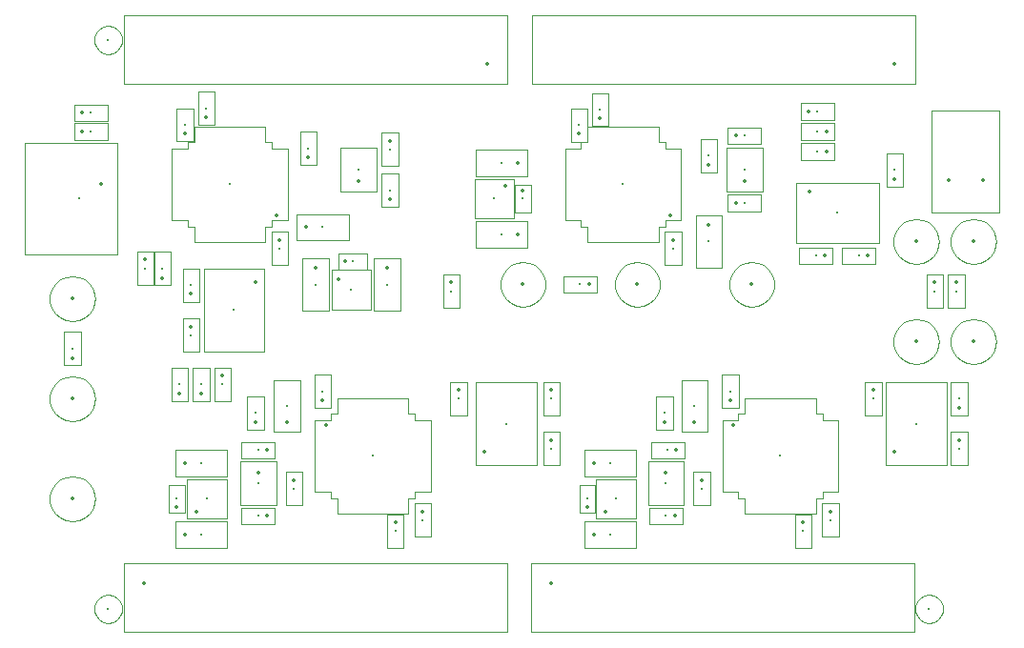
<source format=gbr>
%TF.GenerationSoftware,KiCad,Pcbnew,7.0.10*%
%TF.CreationDate,2024-04-23T17:26:17+09:00*%
%TF.ProjectId,ramn,72616d6e-2e6b-4696-9361-645f70636258,rev?*%
%TF.SameCoordinates,Original*%
%TF.FileFunction,Component,L1,Top*%
%TF.FilePolarity,Positive*%
%FSLAX46Y46*%
G04 Gerber Fmt 4.6, Leading zero omitted, Abs format (unit mm)*
G04 Created by KiCad (PCBNEW 7.0.10) date 2024-04-23 17:26:17*
%MOMM*%
%LPD*%
G01*
G04 APERTURE LIST*
%TA.AperFunction,ComponentMain*%
%ADD10C,0.300000*%
%TD*%
%TA.AperFunction,ComponentOutline,Courtyard*%
%ADD11C,0.100000*%
%TD*%
%TA.AperFunction,ComponentPin*%
%ADD12P,0.360000X4X0.000000*%
%TD*%
%TA.AperFunction,ComponentPin*%
%ADD13C,0.100000*%
%TD*%
G04 APERTURE END LIST*
D10*
%TO.C,C1*%
%TO.CFtp,C_0603_1608Metric*%
%TO.CVal,4.7nF*%
%TO.CLbN,Capacitor_SMD*%
%TO.CMnt,SMD*%
%TO.CRot,90*%
X55245000Y-75565000D03*
D11*
X55974999Y-74085001D02*
X55974999Y-77044999D01*
X54515001Y-77044999D01*
X54515001Y-74085001D01*
X55974999Y-74085001D01*
D12*
%TO.P,C1,1*%
X55245000Y-76340000D03*
D13*
%TO.P,C1,2*%
X55245000Y-74790000D03*
%TD*%
D10*
%TO.C,C6*%
%TO.CFtp,C_0603_1608Metric*%
%TO.CVal,10pF*%
%TO.CLbN,Capacitor_SMD*%
%TO.CMnt,SMD*%
%TO.CRot,-90*%
X72009000Y-54695000D03*
D11*
X72738999Y-53215001D02*
X72738999Y-56174999D01*
X71279001Y-56174999D01*
X71279001Y-53215001D01*
X72738999Y-53215001D01*
D12*
%TO.P,C6,1*%
X72009000Y-53920000D03*
D13*
%TO.P,C6,2*%
X72009000Y-55470000D03*
%TD*%
D10*
%TO.C,R2*%
%TO.CFtp,R_0603_1608Metric*%
%TO.CVal,60R*%
%TO.CLbN,Resistor_SMD*%
%TO.CMnt,SMD*%
%TO.CRot,-90*%
X57150000Y-75565000D03*
D11*
X57879999Y-74085001D02*
X57879999Y-77044999D01*
X56420001Y-77044999D01*
X56420001Y-74085001D01*
X57879999Y-74085001D01*
D12*
%TO.P,R2,1*%
X57150000Y-74740000D03*
D13*
%TO.P,R2,2*%
X57150000Y-76390000D03*
%TD*%
D10*
%TO.C,C5*%
%TO.CFtp,C_0603_1608Metric*%
%TO.CVal,10pF*%
%TO.CLbN,Capacitor_SMD*%
%TO.CMnt,SMD*%
%TO.CRot,90*%
X72009000Y-58335000D03*
D11*
X72738999Y-56855001D02*
X72738999Y-59814999D01*
X71279001Y-59814999D01*
X71279001Y-56855001D01*
X72738999Y-56855001D01*
D12*
%TO.P,C5,1*%
X72009000Y-59110000D03*
D13*
%TO.P,C5,2*%
X72009000Y-57560000D03*
%TD*%
D10*
%TO.C,Y1*%
%TO.CFtp,SMD-2_3.2x2.5mm*%
%TO.CVal,NX3225GD-8MHZ-STD-CRA-3*%
%TO.CLbN,digikey-footprints*%
%TO.CMnt,SMD*%
%TO.CRot,90*%
X69215000Y-56515000D03*
D11*
X70814999Y-54565001D02*
X70814999Y-58464999D01*
X67615001Y-58464999D01*
X67615001Y-54565001D01*
X70814999Y-54565001D01*
D12*
%TO.P,Y1,1,1*%
X69215000Y-57465000D03*
D13*
%TO.P,Y1,2,2*%
X69215000Y-55565000D03*
%TD*%
D10*
%TO.C,C3*%
%TO.CFtp,C_0603_1608Metric*%
%TO.CVal,100nF*%
%TO.CLbN,Capacitor_SMD*%
%TO.CMnt,SMD*%
%TO.CRot,-90*%
X54356000Y-71181000D03*
D11*
X55085999Y-69701001D02*
X55085999Y-72660999D01*
X53626001Y-72660999D01*
X53626001Y-69701001D01*
X55085999Y-69701001D01*
D12*
%TO.P,C3,1*%
X54356000Y-70406000D03*
D13*
%TO.P,C3,2*%
X54356000Y-71956000D03*
%TD*%
D10*
%TO.C,C8*%
%TO.CFtp,C_0603_1608Metric*%
%TO.CVal,100nF*%
%TO.CLbN,Capacitor_SMD*%
%TO.CMnt,SMD*%
%TO.CRot,90*%
X64770000Y-54610000D03*
D11*
X65499999Y-53130001D02*
X65499999Y-56089999D01*
X64040001Y-56089999D01*
X64040001Y-53130001D01*
X65499999Y-53130001D01*
D12*
%TO.P,C8,1*%
X64770000Y-55385000D03*
D13*
%TO.P,C8,2*%
X64770000Y-53835000D03*
%TD*%
D10*
%TO.C,TP3*%
%TO.CFtp,TestPoint_Loop_D2.54mm_Drill1.5mm_Beaded*%
%TO.CVal, *%
%TO.CLbN,TestPoint*%
%TO.CMnt,TH*%
%TO.CRot,0*%
X43815000Y-76835000D03*
D11*
X43815000Y-74824718D02*
X44381362Y-74906149D01*
X44901840Y-75143842D01*
X44901840Y-75143843D01*
X45334270Y-75518546D01*
X45643617Y-75999899D01*
X45804820Y-76548907D01*
X45814999Y-76835000D01*
X45804820Y-77121093D01*
X45643617Y-77670101D01*
X45334270Y-78151454D01*
X44901840Y-78526157D01*
X44381362Y-78763851D01*
X43815000Y-78845282D01*
X43248638Y-78763851D01*
X42728159Y-78526157D01*
X42728160Y-78526157D01*
X42295730Y-78151454D01*
X41986383Y-77670101D01*
X41825180Y-77121093D01*
X41825180Y-76548907D01*
X41986383Y-75999899D01*
X42295730Y-75518546D01*
X42728160Y-75143843D01*
X42728159Y-75143842D01*
X43248638Y-74906149D01*
X43815000Y-74824718D01*
D12*
%TO.P,TP3,1,1*%
X43815000Y-76835000D03*
%TD*%
D10*
%TO.C,C7*%
%TO.CFtp,C_1206_3216Metric*%
%TO.CVal,10uF*%
%TO.CLbN,Capacitor_SMD*%
%TO.CMnt,SMD*%
%TO.CRot,0*%
X66040000Y-61595000D03*
D11*
X68339999Y-60445001D02*
X68339999Y-62744999D01*
X63740001Y-62744999D01*
X63740001Y-60445001D01*
X68339999Y-60445001D01*
D12*
%TO.P,C7,1*%
X64565000Y-61595000D03*
D13*
%TO.P,C7,2*%
X67515000Y-61595000D03*
%TD*%
D10*
%TO.C,C9*%
%TO.CFtp,C_0603_1608Metric*%
%TO.CVal,100nF*%
%TO.CLbN,Capacitor_SMD*%
%TO.CMnt,SMD*%
%TO.CRot,90*%
X53800000Y-52500000D03*
D11*
X54529999Y-51020001D02*
X54529999Y-53979999D01*
X53070001Y-53979999D01*
X53070001Y-51020001D01*
X54529999Y-51020001D01*
D12*
%TO.P,C9,1*%
X53800000Y-53275000D03*
D13*
%TO.P,C9,2*%
X53800000Y-51725000D03*
%TD*%
D10*
%TO.C,U1*%
%TO.CFtp,SOIC-8_3.9x4.9mm_P1.27mm*%
%TO.CVal,ATA6561-GAQW-N*%
%TO.CLbN,Package_SO*%
%TO.CMnt,SMD*%
%TO.CRot,-90*%
X58166000Y-68961000D03*
D11*
X60865999Y-65261001D02*
X60865999Y-72660999D01*
X55466001Y-72660999D01*
X55466001Y-65261001D01*
X60865999Y-65261001D01*
D12*
%TO.P,U1,1,TXD*%
X60071000Y-66486000D03*
D13*
%TO.P,U1,2,VSS*%
X58801000Y-66486000D03*
%TO.P,U1,3,VDD*%
X57531000Y-66486000D03*
%TO.P,U1,4,RXD*%
X56261000Y-66486000D03*
%TO.P,U1,5,Vio*%
X56261000Y-71436000D03*
%TO.P,U1,6,CANL*%
X57531000Y-71436000D03*
%TO.P,U1,7,CANH*%
X58801000Y-71436000D03*
%TO.P,U1,8,STBY*%
X60071000Y-71436000D03*
%TD*%
D10*
%TO.C,C14*%
%TO.CFtp,C_0603_1608Metric*%
%TO.CVal,100nF*%
%TO.CLbN,Capacitor_SMD*%
%TO.CMnt,SMD*%
%TO.CRot,-90*%
X86360000Y-81280000D03*
D11*
X87089999Y-79800001D02*
X87089999Y-82759999D01*
X85630001Y-82759999D01*
X85630001Y-79800001D01*
X87089999Y-79800001D01*
D12*
%TO.P,C14,1*%
X86360000Y-80505000D03*
D13*
%TO.P,C14,2*%
X86360000Y-82055000D03*
%TD*%
D10*
%TO.C,C19*%
%TO.CFtp,C_0603_1608Metric*%
%TO.CVal,100nF*%
%TO.CLbN,Capacitor_SMD*%
%TO.CMnt,SMD*%
%TO.CRot,-90*%
X74930000Y-87630000D03*
D11*
X75659999Y-86150001D02*
X75659999Y-89109999D01*
X74200001Y-89109999D01*
X74200001Y-86150001D01*
X75659999Y-86150001D01*
D12*
%TO.P,C19,1*%
X74930000Y-86855000D03*
D13*
%TO.P,C19,2*%
X74930000Y-88405000D03*
%TD*%
D10*
%TO.C,U6*%
%TO.CFtp,TSOP-5_1.65x3.05mm_P0.95mm*%
%TO.CVal,NCV8163*%
%TO.CLbN,Package_SO*%
%TO.CMnt,SMD*%
%TO.CRot,90*%
X55753000Y-85725000D03*
D11*
X57522999Y-83965001D02*
X57522999Y-87484999D01*
X53973001Y-87484999D01*
X53973001Y-83965001D01*
X57522999Y-83965001D01*
D12*
%TO.P,U6,1,IN*%
X54803000Y-86885000D03*
D13*
%TO.P,U6,2,GND*%
X55753000Y-86885000D03*
%TO.P,U6,3,EN*%
X56703000Y-86885000D03*
%TO.P,U6,4,NC*%
X56703000Y-84565000D03*
%TO.P,U6,5,OUT*%
X54803000Y-84565000D03*
%TD*%
D10*
%TO.C,C21*%
%TO.CFtp,C_1206_3216Metric*%
%TO.CVal,1uF*%
%TO.CLbN,Capacitor_SMD*%
%TO.CMnt,SMD*%
%TO.CRot,0*%
X55245000Y-88900000D03*
D11*
X57544999Y-87750001D02*
X57544999Y-90049999D01*
X52945001Y-90049999D01*
X52945001Y-87750001D01*
X57544999Y-87750001D01*
D12*
%TO.P,C21,1*%
X53770000Y-88900000D03*
D13*
%TO.P,C21,2*%
X56720000Y-88900000D03*
%TD*%
D10*
%TO.C,C22*%
%TO.CFtp,C_1206_3216Metric*%
%TO.CVal,1uF*%
%TO.CLbN,Capacitor_SMD*%
%TO.CMnt,SMD*%
%TO.CRot,0*%
X55245000Y-82550000D03*
D11*
X57544999Y-81400001D02*
X57544999Y-83699999D01*
X52945001Y-83699999D01*
X52945001Y-81400001D01*
X57544999Y-81400001D01*
D12*
%TO.P,C22,1*%
X53770000Y-82550000D03*
D13*
%TO.P,C22,2*%
X56720000Y-82550000D03*
%TD*%
D10*
%TO.C,C33*%
%TO.CFtp,C_0603_1608Metric*%
%TO.CVal,100nF*%
%TO.CLbN,Capacitor_SMD*%
%TO.CMnt,SMD*%
%TO.CRot,180*%
X113665000Y-64135000D03*
D11*
X115144999Y-63405001D02*
X115144999Y-64864999D01*
X112185001Y-64864999D01*
X112185001Y-63405001D01*
X115144999Y-63405001D01*
D12*
%TO.P,C33,1*%
X114440000Y-64135000D03*
D13*
%TO.P,C33,2*%
X112890000Y-64135000D03*
%TD*%
D10*
%TO.C,C34*%
%TO.CFtp,C_0603_1608Metric*%
%TO.CVal,100nF*%
%TO.CLbN,Capacitor_SMD*%
%TO.CMnt,SMD*%
%TO.CRot,180*%
X109855000Y-64135000D03*
D11*
X111334999Y-63405001D02*
X111334999Y-64864999D01*
X108375001Y-64864999D01*
X108375001Y-63405001D01*
X111334999Y-63405001D01*
D12*
%TO.P,C34,1*%
X110630000Y-64135000D03*
D13*
%TO.P,C34,2*%
X109080000Y-64135000D03*
%TD*%
D10*
%TO.C,C36*%
%TO.CFtp,C_0603_1608Metric*%
%TO.CVal,10pF*%
%TO.CLbN,Capacitor_SMD*%
%TO.CMnt,SMD*%
%TO.CRot,0*%
X103505000Y-53467000D03*
D11*
X104984999Y-52737001D02*
X104984999Y-54196999D01*
X102025001Y-54196999D01*
X102025001Y-52737001D01*
X104984999Y-52737001D01*
D12*
%TO.P,C36,1*%
X102730000Y-53467000D03*
D13*
%TO.P,C36,2*%
X104280000Y-53467000D03*
%TD*%
D10*
%TO.C,C37*%
%TO.CFtp,C_1206_3216Metric*%
%TO.CVal,10uF*%
%TO.CLbN,Capacitor_SMD*%
%TO.CMnt,SMD*%
%TO.CRot,-90*%
X100330000Y-62865000D03*
D11*
X101479999Y-60565001D02*
X101479999Y-65164999D01*
X99180001Y-65164999D01*
X99180001Y-60565001D01*
X101479999Y-60565001D01*
D12*
%TO.P,C37,1*%
X100330000Y-61390000D03*
D13*
%TO.P,C37,2*%
X100330000Y-64340000D03*
%TD*%
D10*
%TO.C,C38*%
%TO.CFtp,C_0603_1608Metric*%
%TO.CVal,100nF*%
%TO.CLbN,Capacitor_SMD*%
%TO.CMnt,SMD*%
%TO.CRot,90*%
X100330000Y-55245000D03*
D11*
X101059999Y-53765001D02*
X101059999Y-56724999D01*
X99600001Y-56724999D01*
X99600001Y-53765001D01*
X101059999Y-53765001D01*
D12*
%TO.P,C38,1*%
X100330000Y-56020000D03*
D13*
%TO.P,C38,2*%
X100330000Y-54470000D03*
%TD*%
D10*
%TO.C,C39*%
%TO.CFtp,C_0603_1608Metric*%
%TO.CVal,100nF*%
%TO.CLbN,Capacitor_SMD*%
%TO.CMnt,SMD*%
%TO.CRot,90*%
X88798400Y-52527200D03*
D11*
X89528399Y-51047201D02*
X89528399Y-54007199D01*
X88068401Y-54007199D01*
X88068401Y-51047201D01*
X89528399Y-51047201D01*
D12*
%TO.P,C39,1*%
X88798400Y-53302200D03*
D13*
%TO.P,C39,2*%
X88798400Y-51752200D03*
%TD*%
D10*
%TO.C,C40*%
%TO.CFtp,C_0603_1608Metric*%
%TO.CVal,100nF*%
%TO.CLbN,Capacitor_SMD*%
%TO.CMnt,SMD*%
%TO.CRot,-90*%
X97155000Y-63500000D03*
D11*
X97884999Y-62020001D02*
X97884999Y-64979999D01*
X96425001Y-64979999D01*
X96425001Y-62020001D01*
X97884999Y-62020001D01*
D12*
%TO.P,C40,1*%
X97155000Y-62725000D03*
D13*
%TO.P,C40,2*%
X97155000Y-64275000D03*
%TD*%
D10*
%TO.C,C41*%
%TO.CFtp,C_1206_3216Metric*%
%TO.CVal,1uF*%
%TO.CLbN,Capacitor_SMD*%
%TO.CMnt,SMD*%
%TO.CRot,180*%
X81915000Y-55880000D03*
D11*
X84214999Y-54730001D02*
X84214999Y-57029999D01*
X79615001Y-57029999D01*
X79615001Y-54730001D01*
X84214999Y-54730001D01*
D12*
%TO.P,C41,1*%
X83390000Y-55880000D03*
D13*
%TO.P,C41,2*%
X80440000Y-55880000D03*
%TD*%
D10*
%TO.C,C42*%
%TO.CFtp,C_1206_3216Metric*%
%TO.CVal,1uF*%
%TO.CLbN,Capacitor_SMD*%
%TO.CMnt,SMD*%
%TO.CRot,180*%
X81915000Y-62230000D03*
D11*
X84214999Y-61080001D02*
X84214999Y-63379999D01*
X79615001Y-63379999D01*
X79615001Y-61080001D01*
X84214999Y-61080001D01*
D12*
%TO.P,C42,1*%
X83390000Y-62230000D03*
D13*
%TO.P,C42,2*%
X80440000Y-62230000D03*
%TD*%
D10*
%TO.C,U10*%
%TO.CFtp,SOIC-8_3.9x4.9mm_P1.27mm*%
%TO.CVal,ATA6561-GAQW-N*%
%TO.CLbN,Package_SO*%
%TO.CMnt,SMD*%
%TO.CRot,0*%
X111760000Y-60325000D03*
D11*
X115459999Y-57625001D02*
X115459999Y-63024999D01*
X108060001Y-63024999D01*
X108060001Y-57625001D01*
X115459999Y-57625001D01*
D12*
%TO.P,U10,1,TXD*%
X109285000Y-58420000D03*
D13*
%TO.P,U10,2,VSS*%
X109285000Y-59690000D03*
%TO.P,U10,3,VDD*%
X109285000Y-60960000D03*
%TO.P,U10,4,RXD*%
X109285000Y-62230000D03*
%TO.P,U10,5,Vio*%
X114235000Y-62230000D03*
%TO.P,U10,6,CANL*%
X114235000Y-60960000D03*
%TO.P,U10,7,CANH*%
X114235000Y-59690000D03*
%TO.P,U10,8,STBY*%
X114235000Y-58420000D03*
%TD*%
D10*
%TO.C,U11*%
%TO.CFtp,LQFP-48_7x7mm_P0.5mm*%
%TO.CVal,STM32L552/STM32L562*%
%TO.CLbN,Package_QFP*%
%TO.CMnt,SMD*%
%TO.CRot,180*%
X92710000Y-57785000D03*
D11*
X95859999Y-52635001D02*
X95859999Y-54035000D01*
X95860000Y-54035001D01*
X96459999Y-54035001D01*
X96459999Y-54635000D01*
X96460000Y-54635001D01*
X97859999Y-54635001D01*
X97859999Y-60934999D01*
X96460000Y-60934999D01*
X96459999Y-60935000D01*
X96459999Y-61534999D01*
X95860000Y-61534999D01*
X95859999Y-61535000D01*
X95859999Y-62934999D01*
X89560001Y-62934999D01*
X89560001Y-61535000D01*
X89560000Y-61534999D01*
X88960001Y-61534999D01*
X88960001Y-60935000D01*
X88960000Y-60934999D01*
X87560001Y-60934999D01*
X87560001Y-54635001D01*
X88960000Y-54635001D01*
X88960001Y-54635000D01*
X88960001Y-54035001D01*
X89560000Y-54035001D01*
X89560001Y-54035000D01*
X89560001Y-52635001D01*
X95859999Y-52635001D01*
D12*
%TO.P,U11,1,VBAT*%
X96872500Y-60535000D03*
D13*
%TO.P,U11,2,PC13*%
X96872500Y-60035000D03*
%TO.P,U11,3,PC14*%
X96872500Y-59535000D03*
%TO.P,U11,4,PC15*%
X96872500Y-59035000D03*
%TO.P,U11,5,PH0*%
X96872500Y-58535000D03*
%TO.P,U11,6,PH1*%
X96872500Y-58035000D03*
%TO.P,U11,7,NRST*%
X96872500Y-57535000D03*
%TO.P,U11,8,VSSA*%
X96872500Y-57035000D03*
%TO.P,U11,9,VDDA*%
X96872500Y-56535000D03*
%TO.P,U11,10,PA0*%
X96872500Y-56035000D03*
%TO.P,U11,11,PA1*%
X96872500Y-55535000D03*
%TO.P,U11,12,PA2*%
X96872500Y-55035000D03*
%TO.P,U11,13,PA3*%
X95460000Y-53622500D03*
%TO.P,U11,14,PA4*%
X94960000Y-53622500D03*
%TO.P,U11,15,PA5*%
X94460000Y-53622500D03*
%TO.P,U11,16,PA6*%
X93960000Y-53622500D03*
%TO.P,U11,17,PA7*%
X93460000Y-53622500D03*
%TO.P,U11,18,PB0*%
X92960000Y-53622500D03*
%TO.P,U11,19,PB1*%
X92460000Y-53622500D03*
%TO.P,U11,20,PB2*%
X91960000Y-53622500D03*
%TO.P,U11,21,PB10*%
X91460000Y-53622500D03*
%TO.P,U11,22,PB11*%
X90960000Y-53622500D03*
%TO.P,U11,23,VSS*%
X90460000Y-53622500D03*
%TO.P,U11,24,VDD*%
X89960000Y-53622500D03*
%TO.P,U11,25,PB12*%
X88547500Y-55035000D03*
%TO.P,U11,26,PB13*%
X88547500Y-55535000D03*
%TO.P,U11,27,PB14*%
X88547500Y-56035000D03*
%TO.P,U11,28,PB15*%
X88547500Y-56535000D03*
%TO.P,U11,29,PA8*%
X88547500Y-57035000D03*
%TO.P,U11,30,PA9*%
X88547500Y-57535000D03*
%TO.P,U11,31,PA10*%
X88547500Y-58035000D03*
%TO.P,U11,32,PA11*%
X88547500Y-58535000D03*
%TO.P,U11,33,PA12*%
X88547500Y-59035000D03*
%TO.P,U11,34,PA13*%
X88547500Y-59535000D03*
%TO.P,U11,35,VSS*%
X88547500Y-60035000D03*
%TO.P,U11,36,VDDUSB*%
X88547500Y-60535000D03*
%TO.P,U11,37,PA14*%
X89960000Y-61947500D03*
%TO.P,U11,38,PA15*%
X90460000Y-61947500D03*
%TO.P,U11,39,PB3*%
X90960000Y-61947500D03*
%TO.P,U11,40,PB4*%
X91460000Y-61947500D03*
%TO.P,U11,41,PB5*%
X91960000Y-61947500D03*
%TO.P,U11,42,PB6*%
X92460000Y-61947500D03*
%TO.P,U11,43,PB7*%
X92960000Y-61947500D03*
%TO.P,U11,44,PH3*%
X93460000Y-61947500D03*
%TO.P,U11,45,PB8*%
X93960000Y-61947500D03*
%TO.P,U11,46,PB9*%
X94460000Y-61947500D03*
%TO.P,U11,47,VSS*%
X94960000Y-61947500D03*
%TO.P,U11,48,VDD*%
X95460000Y-61947500D03*
%TD*%
D10*
%TO.C,U12*%
%TO.CFtp,TSOP-5_1.65x3.05mm_P0.95mm*%
%TO.CVal,NCV8163*%
%TO.CLbN,Package_SO*%
%TO.CMnt,SMD*%
%TO.CRot,-90*%
X81280000Y-59055000D03*
D11*
X83059999Y-57295001D02*
X83059999Y-60814999D01*
X79510001Y-60814999D01*
X79510001Y-57295001D01*
X83059999Y-57295001D01*
D12*
%TO.P,U12,1,IN*%
X82230000Y-57895000D03*
D13*
%TO.P,U12,2,GND*%
X81280000Y-57895000D03*
%TO.P,U12,3,EN*%
X80330000Y-57895000D03*
%TO.P,U12,4,NC*%
X80330000Y-60215000D03*
%TO.P,U12,5,OUT*%
X82230000Y-60215000D03*
%TD*%
D10*
%TO.C,Y4*%
%TO.CFtp,SMD-2_3.2x2.5mm*%
%TO.CVal,NX3225GD-8MHZ-STD-CRA-3*%
%TO.CLbN,digikey-footprints*%
%TO.CMnt,SMD*%
%TO.CRot,90*%
X103505000Y-56515000D03*
D11*
X105104999Y-54565001D02*
X105104999Y-58464999D01*
X101905001Y-58464999D01*
X101905001Y-54565001D01*
X105104999Y-54565001D01*
D12*
%TO.P,Y4,1,1*%
X103505000Y-57465000D03*
D13*
%TO.P,Y4,2,2*%
X103505000Y-55565000D03*
%TD*%
D10*
%TO.C,C11*%
%TO.CFtp,C_1206_3216Metric*%
%TO.CVal,1uF*%
%TO.CLbN,Capacitor_SMD*%
%TO.CMnt,SMD*%
%TO.CRot,-90*%
X65405000Y-66692000D03*
D11*
X66554999Y-64392001D02*
X66554999Y-68991999D01*
X64255001Y-68991999D01*
X64255001Y-64392001D01*
X66554999Y-64392001D01*
D12*
%TO.P,C11,1*%
X65405000Y-65217000D03*
D13*
%TO.P,C11,2*%
X65405000Y-68167000D03*
%TD*%
D10*
%TO.C,R3*%
%TO.CFtp,R_0603_1608Metric*%
%TO.CVal,60R*%
%TO.CLbN,Resistor_SMD*%
%TO.CMnt,SMD*%
%TO.CRot,90*%
X53340000Y-75565000D03*
D11*
X54069999Y-74085001D02*
X54069999Y-77044999D01*
X52610001Y-77044999D01*
X52610001Y-74085001D01*
X54069999Y-74085001D01*
D12*
%TO.P,R3,1*%
X53340000Y-76390000D03*
D13*
%TO.P,R3,2*%
X53340000Y-74740000D03*
%TD*%
D10*
%TO.C,TP9*%
%TO.CFtp,TestPoint_Loop_D2.54mm_Drill1.5mm_Beaded*%
%TO.CVal, *%
%TO.CLbN,TestPoint*%
%TO.CMnt,TH*%
%TO.CRot,0*%
X93980000Y-66675000D03*
D11*
X93980000Y-64664718D02*
X94546362Y-64746149D01*
X95066840Y-64983842D01*
X95066840Y-64983843D01*
X95499270Y-65358546D01*
X95808617Y-65839899D01*
X95969820Y-66388907D01*
X95979999Y-66675000D01*
X95969820Y-66961093D01*
X95808617Y-67510101D01*
X95499270Y-67991454D01*
X95066840Y-68366157D01*
X94546362Y-68603851D01*
X93980000Y-68685282D01*
X93413638Y-68603851D01*
X92893159Y-68366157D01*
X92893160Y-68366157D01*
X92460730Y-67991454D01*
X92151383Y-67510101D01*
X91990180Y-66961093D01*
X91990180Y-66388907D01*
X92151383Y-65839899D01*
X92460730Y-65358546D01*
X92893160Y-64983843D01*
X92893159Y-64983842D01*
X93413638Y-64746149D01*
X93980000Y-64664718D01*
D12*
%TO.P,TP9,1,1*%
X93980000Y-66675000D03*
%TD*%
D10*
%TO.C,C28*%
%TO.CFtp,C_0603_1608Metric*%
%TO.CVal,100nF*%
%TO.CLbN,Capacitor_SMD*%
%TO.CMnt,SMD*%
%TO.CRot,-90*%
X99695000Y-84836000D03*
D11*
X100424999Y-83356001D02*
X100424999Y-86315999D01*
X98965001Y-86315999D01*
X98965001Y-83356001D01*
X100424999Y-83356001D01*
D12*
%TO.P,C28,1*%
X99695000Y-84061000D03*
D13*
%TO.P,C28,2*%
X99695000Y-85611000D03*
%TD*%
D10*
%TO.C,C29*%
%TO.CFtp,C_0603_1608Metric*%
%TO.CVal,100nF*%
%TO.CLbN,Capacitor_SMD*%
%TO.CMnt,SMD*%
%TO.CRot,-90*%
X111125000Y-87630000D03*
D11*
X111854999Y-86150001D02*
X111854999Y-89109999D01*
X110395001Y-89109999D01*
X110395001Y-86150001D01*
X111854999Y-86150001D01*
D12*
%TO.P,C29,1*%
X111125000Y-86855000D03*
D13*
%TO.P,C29,2*%
X111125000Y-88405000D03*
%TD*%
D10*
%TO.C,C17*%
%TO.CFtp,C_1206_3216Metric*%
%TO.CVal,10uF*%
%TO.CLbN,Capacitor_SMD*%
%TO.CMnt,SMD*%
%TO.CRot,90*%
X62865000Y-77470000D03*
D11*
X64014999Y-75170001D02*
X64014999Y-79769999D01*
X61715001Y-79769999D01*
X61715001Y-75170001D01*
X64014999Y-75170001D01*
D12*
%TO.P,C17,1*%
X62865000Y-78945000D03*
D13*
%TO.P,C17,2*%
X62865000Y-75995000D03*
%TD*%
D10*
%TO.C,U4*%
%TO.CFtp,SOIC-8_3.9x4.9mm_P1.27mm*%
%TO.CVal,ATA6561-GAQW-N*%
%TO.CLbN,Package_SO*%
%TO.CMnt,SMD*%
%TO.CRot,90*%
X82310000Y-79060000D03*
D11*
X85009999Y-75360001D02*
X85009999Y-82759999D01*
X79610001Y-82759999D01*
X79610001Y-75360001D01*
X85009999Y-75360001D01*
D12*
%TO.P,U4,1,TXD*%
X80405000Y-81535000D03*
D13*
%TO.P,U4,2,VSS*%
X81675000Y-81535000D03*
%TO.P,U4,3,VDD*%
X82945000Y-81535000D03*
%TO.P,U4,4,RXD*%
X84215000Y-81535000D03*
%TO.P,U4,5,Vio*%
X84215000Y-76585000D03*
%TO.P,U4,6,CANL*%
X82945000Y-76585000D03*
%TO.P,U4,7,CANH*%
X81675000Y-76585000D03*
%TO.P,U4,8,STBY*%
X80405000Y-76585000D03*
%TD*%
D10*
%TO.C,C27*%
%TO.CFtp,C_1206_3216Metric*%
%TO.CVal,10uF*%
%TO.CLbN,Capacitor_SMD*%
%TO.CMnt,SMD*%
%TO.CRot,90*%
X99060000Y-77470000D03*
D11*
X100209999Y-75170001D02*
X100209999Y-79769999D01*
X97910001Y-79769999D01*
X97910001Y-75170001D01*
X100209999Y-75170001D01*
D12*
%TO.P,C27,1*%
X99060000Y-78945000D03*
D13*
%TO.P,C27,2*%
X99060000Y-75995000D03*
%TD*%
D10*
%TO.C,C32*%
%TO.CFtp,C_1206_3216Metric*%
%TO.CVal,1uF*%
%TO.CLbN,Capacitor_SMD*%
%TO.CMnt,SMD*%
%TO.CRot,0*%
X91567000Y-82550000D03*
D11*
X93866999Y-81400001D02*
X93866999Y-83699999D01*
X89267001Y-83699999D01*
X89267001Y-81400001D01*
X93866999Y-81400001D01*
D12*
%TO.P,C32,1*%
X90092000Y-82550000D03*
D13*
%TO.P,C32,2*%
X93042000Y-82550000D03*
%TD*%
D10*
%TO.C,U9*%
%TO.CFtp,TSOP-5_1.65x3.05mm_P0.95mm*%
%TO.CVal,NCV8163*%
%TO.CLbN,Package_SO*%
%TO.CMnt,SMD*%
%TO.CRot,90*%
X92075000Y-85725000D03*
D11*
X93844999Y-83965001D02*
X93844999Y-87484999D01*
X90295001Y-87484999D01*
X90295001Y-83965001D01*
X93844999Y-83965001D01*
D12*
%TO.P,U9,1,IN*%
X91125000Y-86885000D03*
D13*
%TO.P,U9,2,GND*%
X92075000Y-86885000D03*
%TO.P,U9,3,EN*%
X93025000Y-86885000D03*
%TO.P,U9,4,NC*%
X93025000Y-84565000D03*
%TO.P,U9,5,OUT*%
X91125000Y-84565000D03*
%TD*%
D10*
%TO.C,C16*%
%TO.CFtp,C_0603_1608Metric*%
%TO.CVal,10pF*%
%TO.CLbN,Capacitor_SMD*%
%TO.CMnt,SMD*%
%TO.CRot,180*%
X60325000Y-87249000D03*
D11*
X61804999Y-86519001D02*
X61804999Y-87978999D01*
X58845001Y-87978999D01*
X58845001Y-86519001D01*
X61804999Y-86519001D01*
D12*
%TO.P,C16,1*%
X61100000Y-87249000D03*
D13*
%TO.P,C16,2*%
X59550000Y-87249000D03*
%TD*%
D10*
%TO.C,C25*%
%TO.CFtp,C_0603_1608Metric*%
%TO.CVal,10pF*%
%TO.CLbN,Capacitor_SMD*%
%TO.CMnt,SMD*%
%TO.CRot,180*%
X96672500Y-81407000D03*
D11*
X98152499Y-80677001D02*
X98152499Y-82136999D01*
X95192501Y-82136999D01*
X95192501Y-80677001D01*
X98152499Y-80677001D01*
D12*
%TO.P,C25,1*%
X97447500Y-81407000D03*
D13*
%TO.P,C25,2*%
X95897500Y-81407000D03*
%TD*%
D10*
%TO.C,C18*%
%TO.CFtp,C_0603_1608Metric*%
%TO.CVal,100nF*%
%TO.CLbN,Capacitor_SMD*%
%TO.CMnt,SMD*%
%TO.CRot,-90*%
X63500000Y-84836000D03*
D11*
X64229999Y-83356001D02*
X64229999Y-86315999D01*
X62770001Y-86315999D01*
X62770001Y-83356001D01*
X64229999Y-83356001D01*
D12*
%TO.P,C18,1*%
X63500000Y-84061000D03*
D13*
%TO.P,C18,2*%
X63500000Y-85611000D03*
%TD*%
D10*
%TO.C,C26*%
%TO.CFtp,C_0603_1608Metric*%
%TO.CVal,10pF*%
%TO.CLbN,Capacitor_SMD*%
%TO.CMnt,SMD*%
%TO.CRot,180*%
X96520000Y-87249000D03*
D11*
X97999999Y-86519001D02*
X97999999Y-87978999D01*
X95040001Y-87978999D01*
X95040001Y-86519001D01*
X97999999Y-86519001D01*
D12*
%TO.P,C26,1*%
X97295000Y-87249000D03*
D13*
%TO.P,C26,2*%
X95745000Y-87249000D03*
%TD*%
D10*
%TO.C,C2*%
%TO.CFtp,C_0603_1608Metric*%
%TO.CVal,4.7nF*%
%TO.CLbN,Capacitor_SMD*%
%TO.CMnt,SMD*%
%TO.CRot,180*%
X109982000Y-53086000D03*
D11*
X111461999Y-52356001D02*
X111461999Y-53815999D01*
X108502001Y-53815999D01*
X108502001Y-52356001D01*
X111461999Y-52356001D01*
D12*
%TO.P,C2,1*%
X110757000Y-53086000D03*
D13*
%TO.P,C2,2*%
X109207000Y-53086000D03*
%TD*%
D10*
%TO.C,R7*%
%TO.CFtp,R_0603_1608Metric*%
%TO.CVal,60R*%
%TO.CLbN,Resistor_SMD*%
%TO.CMnt,SMD*%
%TO.CRot,0*%
X109982000Y-51308000D03*
D11*
X111461999Y-50578001D02*
X111461999Y-52037999D01*
X108502001Y-52037999D01*
X108502001Y-50578001D01*
X111461999Y-50578001D01*
D12*
%TO.P,R7,1*%
X109157000Y-51308000D03*
D13*
%TO.P,R7,2*%
X110807000Y-51308000D03*
%TD*%
D10*
%TO.C,C24*%
%TO.CFtp,C_0603_1608Metric*%
%TO.CVal,100nF*%
%TO.CLbN,Capacitor_SMD*%
%TO.CMnt,SMD*%
%TO.CRot,-90*%
X122555000Y-81280000D03*
D11*
X123284999Y-79800001D02*
X123284999Y-82759999D01*
X121825001Y-82759999D01*
X121825001Y-79800001D01*
X123284999Y-79800001D01*
D12*
%TO.P,C24,1*%
X122555000Y-80505000D03*
D13*
%TO.P,C24,2*%
X122555000Y-82055000D03*
%TD*%
D10*
%TO.C,U7*%
%TO.CFtp,SOIC-8_3.9x4.9mm_P1.27mm*%
%TO.CVal,ATA6561-GAQW-N*%
%TO.CLbN,Package_SO*%
%TO.CMnt,SMD*%
%TO.CRot,90*%
X118745000Y-79060000D03*
D11*
X121444999Y-75360001D02*
X121444999Y-82759999D01*
X116045001Y-82759999D01*
X116045001Y-75360001D01*
X121444999Y-75360001D01*
D12*
%TO.P,U7,1,TXD*%
X116840000Y-81535000D03*
D13*
%TO.P,U7,2,VSS*%
X118110000Y-81535000D03*
%TO.P,U7,3,VDD*%
X119380000Y-81535000D03*
%TO.P,U7,4,RXD*%
X120650000Y-81535000D03*
%TO.P,U7,5,Vio*%
X120650000Y-76585000D03*
%TO.P,U7,6,CANL*%
X119380000Y-76585000D03*
%TO.P,U7,7,CANH*%
X118110000Y-76585000D03*
%TO.P,U7,8,STBY*%
X116840000Y-76585000D03*
%TD*%
D10*
%TO.C,TP2*%
%TO.CFtp,TestPoint_Loop_D2.54mm_Drill1.5mm_Beaded*%
%TO.CVal, *%
%TO.CLbN,TestPoint*%
%TO.CMnt,TH*%
%TO.CRot,0*%
X43815000Y-67945000D03*
D11*
X43815000Y-65934718D02*
X44381362Y-66016149D01*
X44901840Y-66253842D01*
X44901840Y-66253843D01*
X45334270Y-66628546D01*
X45643617Y-67109899D01*
X45804820Y-67658907D01*
X45814999Y-67945000D01*
X45804820Y-68231093D01*
X45643617Y-68780101D01*
X45334270Y-69261454D01*
X44901840Y-69636157D01*
X44381362Y-69873851D01*
X43815000Y-69955282D01*
X43248638Y-69873851D01*
X42728159Y-69636157D01*
X42728160Y-69636157D01*
X42295730Y-69261454D01*
X41986383Y-68780101D01*
X41825180Y-68231093D01*
X41825180Y-67658907D01*
X41986383Y-67109899D01*
X42295730Y-66628546D01*
X42728160Y-66253843D01*
X42728159Y-66253842D01*
X43248638Y-66016149D01*
X43815000Y-65934718D01*
D12*
%TO.P,TP2,1,1*%
X43815000Y-67945000D03*
%TD*%
D10*
%TO.C,J5*%
%TO.CFtp,PinSocket_2x13_P2.54mm_Vertical*%
%TO.CVal, *%
%TO.CLbN,Connector_PinSocket_2.54mm*%
%TO.CMnt,TH*%
%TO.CRot,90*%
X86360000Y-93218000D03*
D11*
X118609999Y-91458001D02*
X118609999Y-97557999D01*
X84560001Y-97557999D01*
X84560001Y-91458001D01*
X118609999Y-91458001D01*
D12*
%TO.P,J5,1,Pin_1*%
X86360000Y-93218000D03*
D13*
%TO.P,J5,2,Pin_2*%
X86360000Y-95758000D03*
%TO.P,J5,3,Pin_3*%
X88900000Y-93218000D03*
%TO.P,J5,4,Pin_4*%
X88900000Y-95758000D03*
%TO.P,J5,5,Pin_5*%
X91440000Y-93218000D03*
%TO.P,J5,6,Pin_6*%
X91440000Y-95758000D03*
%TO.P,J5,7,Pin_7*%
X93980000Y-93218000D03*
%TO.P,J5,8,Pin_8*%
X93980000Y-95758000D03*
%TO.P,J5,9,Pin_9*%
X96520000Y-93218000D03*
%TO.P,J5,10,Pin_10*%
X96520000Y-95758000D03*
%TO.P,J5,11,Pin_11*%
X99060000Y-93218000D03*
%TO.P,J5,12,Pin_12*%
X99060000Y-95758000D03*
%TO.P,J5,13,Pin_13*%
X101600000Y-93218000D03*
%TO.P,J5,14,Pin_14*%
X101600000Y-95758000D03*
%TO.P,J5,15,Pin_15*%
X104140000Y-93218000D03*
%TO.P,J5,16,Pin_16*%
X104140000Y-95758000D03*
%TO.P,J5,17,Pin_17*%
X106680000Y-93218000D03*
%TO.P,J5,18,Pin_18*%
X106680000Y-95758000D03*
%TO.P,J5,19,Pin_19*%
X109220000Y-93218000D03*
%TO.P,J5,20,Pin_20*%
X109220000Y-95758000D03*
%TO.P,J5,21,Pin_21*%
X111760000Y-93218000D03*
%TO.P,J5,22,Pin_22*%
X111760000Y-95758000D03*
%TO.P,J5,23,Pin_23*%
X114300000Y-93218000D03*
%TO.P,J5,24,Pin_24*%
X114300000Y-95758000D03*
%TO.P,J5,25,Pin_25*%
X116840000Y-93218000D03*
%TO.P,J5,26,Pin_26*%
X116840000Y-95758000D03*
%TD*%
D10*
%TO.C,J3*%
%TO.CFtp,PinSocket_2x13_P2.54mm_Vertical*%
%TO.CVal, *%
%TO.CLbN,Connector_PinSocket_2.54mm*%
%TO.CMnt,TH*%
%TO.CRot,-90*%
X80645000Y-47117000D03*
D11*
X82444999Y-42777001D02*
X82444999Y-48876999D01*
X48395001Y-48876999D01*
X48395001Y-42777001D01*
X82444999Y-42777001D01*
D12*
%TO.P,J3,1,Pin_1*%
X80645000Y-47117000D03*
D13*
%TO.P,J3,2,Pin_2*%
X80645000Y-44577000D03*
%TO.P,J3,3,Pin_3*%
X78105000Y-47117000D03*
%TO.P,J3,4,Pin_4*%
X78105000Y-44577000D03*
%TO.P,J3,5,Pin_5*%
X75565000Y-47117000D03*
%TO.P,J3,6,Pin_6*%
X75565000Y-44577000D03*
%TO.P,J3,7,Pin_7*%
X73025000Y-47117000D03*
%TO.P,J3,8,Pin_8*%
X73025000Y-44577000D03*
%TO.P,J3,9,Pin_9*%
X70485000Y-47117000D03*
%TO.P,J3,10,Pin_10*%
X70485000Y-44577000D03*
%TO.P,J3,11,Pin_11*%
X67945000Y-47117000D03*
%TO.P,J3,12,Pin_12*%
X67945000Y-44577000D03*
%TO.P,J3,13,Pin_13*%
X65405000Y-47117000D03*
%TO.P,J3,14,Pin_14*%
X65405000Y-44577000D03*
%TO.P,J3,15,Pin_15*%
X62865000Y-47117000D03*
%TO.P,J3,16,Pin_16*%
X62865000Y-44577000D03*
%TO.P,J3,17,Pin_17*%
X60325000Y-47117000D03*
%TO.P,J3,18,Pin_18*%
X60325000Y-44577000D03*
%TO.P,J3,19,Pin_19*%
X57785000Y-47117000D03*
%TO.P,J3,20,Pin_20*%
X57785000Y-44577000D03*
%TO.P,J3,21,Pin_21*%
X55245000Y-47117000D03*
%TO.P,J3,22,Pin_22*%
X55245000Y-44577000D03*
%TO.P,J3,23,Pin_23*%
X52705000Y-47117000D03*
%TO.P,J3,24,Pin_24*%
X52705000Y-44577000D03*
%TO.P,J3,25,Pin_25*%
X50165000Y-47117000D03*
%TO.P,J3,26,Pin_26*%
X50165000Y-44577000D03*
%TD*%
D10*
%TO.C,J4*%
%TO.CFtp,PinSocket_2x13_P2.54mm_Vertical*%
%TO.CVal, *%
%TO.CLbN,Connector_PinSocket_2.54mm*%
%TO.CMnt,TH*%
%TO.CRot,90*%
X50165000Y-93218000D03*
D11*
X82414999Y-91458001D02*
X82414999Y-97557999D01*
X48365001Y-97557999D01*
X48365001Y-91458001D01*
X82414999Y-91458001D01*
D12*
%TO.P,J4,1,Pin_1*%
X50165000Y-93218000D03*
D13*
%TO.P,J4,2,Pin_2*%
X50165000Y-95758000D03*
%TO.P,J4,3,Pin_3*%
X52705000Y-93218000D03*
%TO.P,J4,4,Pin_4*%
X52705000Y-95758000D03*
%TO.P,J4,5,Pin_5*%
X55245000Y-93218000D03*
%TO.P,J4,6,Pin_6*%
X55245000Y-95758000D03*
%TO.P,J4,7,Pin_7*%
X57785000Y-93218000D03*
%TO.P,J4,8,Pin_8*%
X57785000Y-95758000D03*
%TO.P,J4,9,Pin_9*%
X60325000Y-93218000D03*
%TO.P,J4,10,Pin_10*%
X60325000Y-95758000D03*
%TO.P,J4,11,Pin_11*%
X62865000Y-93218000D03*
%TO.P,J4,12,Pin_12*%
X62865000Y-95758000D03*
%TO.P,J4,13,Pin_13*%
X65405000Y-93218000D03*
%TO.P,J4,14,Pin_14*%
X65405000Y-95758000D03*
%TO.P,J4,15,Pin_15*%
X67945000Y-93218000D03*
%TO.P,J4,16,Pin_16*%
X67945000Y-95758000D03*
%TO.P,J4,17,Pin_17*%
X70485000Y-93218000D03*
%TO.P,J4,18,Pin_18*%
X70485000Y-95758000D03*
%TO.P,J4,19,Pin_19*%
X73025000Y-93218000D03*
%TO.P,J4,20,Pin_20*%
X73025000Y-95758000D03*
%TO.P,J4,21,Pin_21*%
X75565000Y-93218000D03*
%TO.P,J4,22,Pin_22*%
X75565000Y-95758000D03*
%TO.P,J4,23,Pin_23*%
X78105000Y-93218000D03*
%TO.P,J4,24,Pin_24*%
X78105000Y-95758000D03*
%TO.P,J4,25,Pin_25*%
X80645000Y-93218000D03*
%TO.P,J4,26,Pin_26*%
X80645000Y-95758000D03*
%TD*%
D10*
%TO.C,J6*%
%TO.CFtp,PinSocket_2x13_P2.54mm_Vertical*%
%TO.CVal, *%
%TO.CLbN,Connector_PinSocket_2.54mm*%
%TO.CMnt,TH*%
%TO.CRot,-90*%
X116840000Y-47117000D03*
D11*
X118639999Y-42777001D02*
X118639999Y-48876999D01*
X84590001Y-48876999D01*
X84590001Y-42777001D01*
X118639999Y-42777001D01*
D12*
%TO.P,J6,1,Pin_1*%
X116840000Y-47117000D03*
D13*
%TO.P,J6,2,Pin_2*%
X116840000Y-44577000D03*
%TO.P,J6,3,Pin_3*%
X114300000Y-47117000D03*
%TO.P,J6,4,Pin_4*%
X114300000Y-44577000D03*
%TO.P,J6,5,Pin_5*%
X111760000Y-47117000D03*
%TO.P,J6,6,Pin_6*%
X111760000Y-44577000D03*
%TO.P,J6,7,Pin_7*%
X109220000Y-47117000D03*
%TO.P,J6,8,Pin_8*%
X109220000Y-44577000D03*
%TO.P,J6,9,Pin_9*%
X106680000Y-47117000D03*
%TO.P,J6,10,Pin_10*%
X106680000Y-44577000D03*
%TO.P,J6,11,Pin_11*%
X104140000Y-47117000D03*
%TO.P,J6,12,Pin_12*%
X104140000Y-44577000D03*
%TO.P,J6,13,Pin_13*%
X101600000Y-47117000D03*
%TO.P,J6,14,Pin_14*%
X101600000Y-44577000D03*
%TO.P,J6,15,Pin_15*%
X99060000Y-47117000D03*
%TO.P,J6,16,Pin_16*%
X99060000Y-44577000D03*
%TO.P,J6,17,Pin_17*%
X96520000Y-47117000D03*
%TO.P,J6,18,Pin_18*%
X96520000Y-44577000D03*
%TO.P,J6,19,Pin_19*%
X93980000Y-47117000D03*
%TO.P,J6,20,Pin_20*%
X93980000Y-44577000D03*
%TO.P,J6,21,Pin_21*%
X91440000Y-47117000D03*
%TO.P,J6,22,Pin_22*%
X91440000Y-44577000D03*
%TO.P,J6,23,Pin_23*%
X88900000Y-47117000D03*
%TO.P,J6,24,Pin_24*%
X88900000Y-44577000D03*
%TO.P,J6,25,Pin_25*%
X86360000Y-47117000D03*
%TO.P,J6,26,Pin_26*%
X86360000Y-44577000D03*
%TD*%
D10*
%TO.C,TP1*%
%TO.CFtp,TestPoint_Loop_D2.54mm_Drill1.5mm_Beaded*%
%TO.CVal, *%
%TO.CLbN,TestPoint*%
%TO.CMnt,TH*%
%TO.CRot,0*%
X43815000Y-85725000D03*
D11*
X43815000Y-83714718D02*
X44381362Y-83796149D01*
X44901840Y-84033842D01*
X44901840Y-84033843D01*
X45334270Y-84408546D01*
X45643617Y-84889899D01*
X45804820Y-85438907D01*
X45814999Y-85725000D01*
X45804820Y-86011093D01*
X45643617Y-86560101D01*
X45334270Y-87041454D01*
X44901840Y-87416157D01*
X44381362Y-87653851D01*
X43815000Y-87735282D01*
X43248638Y-87653851D01*
X42728159Y-87416157D01*
X42728160Y-87416157D01*
X42295730Y-87041454D01*
X41986383Y-86560101D01*
X41825180Y-86011093D01*
X41825180Y-85438907D01*
X41986383Y-84889899D01*
X42295730Y-84408546D01*
X42728160Y-84033843D01*
X42728159Y-84033842D01*
X43248638Y-83796149D01*
X43815000Y-83714718D01*
D12*
%TO.P,TP1,1,1*%
X43815000Y-85725000D03*
%TD*%
D10*
%TO.C,U8*%
%TO.CFtp,LQFP-48_7x7mm_P0.5mm*%
%TO.CVal,STM32L552/STM32L562*%
%TO.CLbN,Package_QFP*%
%TO.CMnt,SMD*%
%TO.CRot,0*%
X106680000Y-81915000D03*
D11*
X109829999Y-76765001D02*
X109829999Y-78165000D01*
X109830000Y-78165001D01*
X110429999Y-78165001D01*
X110429999Y-78765000D01*
X110430000Y-78765001D01*
X111829999Y-78765001D01*
X111829999Y-85064999D01*
X110430000Y-85064999D01*
X110429999Y-85065000D01*
X110429999Y-85664999D01*
X109830000Y-85664999D01*
X109829999Y-85665000D01*
X109829999Y-87064999D01*
X103530001Y-87064999D01*
X103530001Y-85665000D01*
X103530000Y-85664999D01*
X102930001Y-85664999D01*
X102930001Y-85065000D01*
X102930000Y-85064999D01*
X101530001Y-85064999D01*
X101530001Y-78765001D01*
X102930000Y-78765001D01*
X102930001Y-78765000D01*
X102930001Y-78165001D01*
X103530000Y-78165001D01*
X103530001Y-78165000D01*
X103530001Y-76765001D01*
X109829999Y-76765001D01*
D12*
%TO.P,U8,1,VBAT*%
X102517500Y-79165000D03*
D13*
%TO.P,U8,2,PC13*%
X102517500Y-79665000D03*
%TO.P,U8,3,PC14*%
X102517500Y-80165000D03*
%TO.P,U8,4,PC15*%
X102517500Y-80665000D03*
%TO.P,U8,5,PH0*%
X102517500Y-81165000D03*
%TO.P,U8,6,PH1*%
X102517500Y-81665000D03*
%TO.P,U8,7,NRST*%
X102517500Y-82165000D03*
%TO.P,U8,8,VSSA*%
X102517500Y-82665000D03*
%TO.P,U8,9,VDDA*%
X102517500Y-83165000D03*
%TO.P,U8,10,PA0*%
X102517500Y-83665000D03*
%TO.P,U8,11,PA1*%
X102517500Y-84165000D03*
%TO.P,U8,12,PA2*%
X102517500Y-84665000D03*
%TO.P,U8,13,PA3*%
X103930000Y-86077500D03*
%TO.P,U8,14,PA4*%
X104430000Y-86077500D03*
%TO.P,U8,15,PA5*%
X104930000Y-86077500D03*
%TO.P,U8,16,PA6*%
X105430000Y-86077500D03*
%TO.P,U8,17,PA7*%
X105930000Y-86077500D03*
%TO.P,U8,18,PB0*%
X106430000Y-86077500D03*
%TO.P,U8,19,PB1*%
X106930000Y-86077500D03*
%TO.P,U8,20,PB2*%
X107430000Y-86077500D03*
%TO.P,U8,21,PB10*%
X107930000Y-86077500D03*
%TO.P,U8,22,PB11*%
X108430000Y-86077500D03*
%TO.P,U8,23,VSS*%
X108930000Y-86077500D03*
%TO.P,U8,24,VDD*%
X109430000Y-86077500D03*
%TO.P,U8,25,PB12*%
X110842500Y-84665000D03*
%TO.P,U8,26,PB13*%
X110842500Y-84165000D03*
%TO.P,U8,27,PB14*%
X110842500Y-83665000D03*
%TO.P,U8,28,PB15*%
X110842500Y-83165000D03*
%TO.P,U8,29,PA8*%
X110842500Y-82665000D03*
%TO.P,U8,30,PA9*%
X110842500Y-82165000D03*
%TO.P,U8,31,PA10*%
X110842500Y-81665000D03*
%TO.P,U8,32,PA11*%
X110842500Y-81165000D03*
%TO.P,U8,33,PA12*%
X110842500Y-80665000D03*
%TO.P,U8,34,PA13*%
X110842500Y-80165000D03*
%TO.P,U8,35,VSS*%
X110842500Y-79665000D03*
%TO.P,U8,36,VDDUSB*%
X110842500Y-79165000D03*
%TO.P,U8,37,PA14*%
X109430000Y-77752500D03*
%TO.P,U8,38,PA15*%
X108930000Y-77752500D03*
%TO.P,U8,39,PB3*%
X108430000Y-77752500D03*
%TO.P,U8,40,PB4*%
X107930000Y-77752500D03*
%TO.P,U8,41,PB5*%
X107430000Y-77752500D03*
%TO.P,U8,42,PB6*%
X106930000Y-77752500D03*
%TO.P,U8,43,PB7*%
X106430000Y-77752500D03*
%TO.P,U8,44,PH3*%
X105930000Y-77752500D03*
%TO.P,U8,45,PB8*%
X105430000Y-77752500D03*
%TO.P,U8,46,PB9*%
X104930000Y-77752500D03*
%TO.P,U8,47,VSS*%
X104430000Y-77752500D03*
%TO.P,U8,48,VDD*%
X103930000Y-77752500D03*
%TD*%
D10*
%TO.C,J1*%
%TO.CFtp,USB_Micro-B_Wuerth_629105150521*%
%TO.CVal,USB_C_Micro*%
%TO.CLbN,Connector_USB*%
%TO.CMnt,SMD*%
%TO.CRot,-90*%
X44450000Y-59055000D03*
D11*
X47789999Y-54115001D02*
X47789999Y-64004999D01*
X39600001Y-64004999D01*
X39600001Y-54115001D01*
X47789999Y-54115001D01*
D12*
%TO.P,J1,1,VBUS*%
X46350000Y-57755000D03*
D13*
%TO.P,J1,*%
X45250000Y-56555000D03*
X45250000Y-61555000D03*
%TO.P,J1,2,D-*%
X46350000Y-58405000D03*
%TO.P,J1,3,D+*%
X46350000Y-59055000D03*
%TO.P,J1,4,ID*%
X46350000Y-59705000D03*
%TO.P,J1,5,GND*%
X46350000Y-60355000D03*
%TO.P,J1,6,Shield*%
X42500000Y-55180000D03*
X46300000Y-55330000D03*
X46300000Y-62780000D03*
X42500000Y-62930000D03*
%TD*%
D10*
%TO.C,U2*%
%TO.CFtp,LQFP-48_7x7mm_P0.5mm*%
%TO.CVal,STM32L552/STM32L562*%
%TO.CLbN,Package_QFP*%
%TO.CMnt,SMD*%
%TO.CRot,180*%
X57785000Y-57785000D03*
D11*
X60934999Y-52635001D02*
X60934999Y-54035000D01*
X60935000Y-54035001D01*
X61534999Y-54035001D01*
X61534999Y-54635000D01*
X61535000Y-54635001D01*
X62934999Y-54635001D01*
X62934999Y-60934999D01*
X61535000Y-60934999D01*
X61534999Y-60935000D01*
X61534999Y-61534999D01*
X60935000Y-61534999D01*
X60934999Y-61535000D01*
X60934999Y-62934999D01*
X54635001Y-62934999D01*
X54635001Y-61535000D01*
X54635000Y-61534999D01*
X54035001Y-61534999D01*
X54035001Y-60935000D01*
X54035000Y-60934999D01*
X52635001Y-60934999D01*
X52635001Y-54635001D01*
X54035000Y-54635001D01*
X54035001Y-54635000D01*
X54035001Y-54035001D01*
X54635000Y-54035001D01*
X54635001Y-54035000D01*
X54635001Y-52635001D01*
X60934999Y-52635001D01*
D12*
%TO.P,U2,1,VBAT*%
X61947500Y-60535000D03*
D13*
%TO.P,U2,2,PC13*%
X61947500Y-60035000D03*
%TO.P,U2,3,PC14*%
X61947500Y-59535000D03*
%TO.P,U2,4,PC15*%
X61947500Y-59035000D03*
%TO.P,U2,5,PH0*%
X61947500Y-58535000D03*
%TO.P,U2,6,PH1*%
X61947500Y-58035000D03*
%TO.P,U2,7,NRST*%
X61947500Y-57535000D03*
%TO.P,U2,8,VSSA*%
X61947500Y-57035000D03*
%TO.P,U2,9,VDDA*%
X61947500Y-56535000D03*
%TO.P,U2,10,PA0*%
X61947500Y-56035000D03*
%TO.P,U2,11,PA1*%
X61947500Y-55535000D03*
%TO.P,U2,12,PA2*%
X61947500Y-55035000D03*
%TO.P,U2,13,PA3*%
X60535000Y-53622500D03*
%TO.P,U2,14,PA4*%
X60035000Y-53622500D03*
%TO.P,U2,15,PA5*%
X59535000Y-53622500D03*
%TO.P,U2,16,PA6*%
X59035000Y-53622500D03*
%TO.P,U2,17,PA7*%
X58535000Y-53622500D03*
%TO.P,U2,18,PB0*%
X58035000Y-53622500D03*
%TO.P,U2,19,PB1*%
X57535000Y-53622500D03*
%TO.P,U2,20,PB2*%
X57035000Y-53622500D03*
%TO.P,U2,21,PB10*%
X56535000Y-53622500D03*
%TO.P,U2,22,PB11*%
X56035000Y-53622500D03*
%TO.P,U2,23,VSS*%
X55535000Y-53622500D03*
%TO.P,U2,24,VDD*%
X55035000Y-53622500D03*
%TO.P,U2,25,PB12*%
X53622500Y-55035000D03*
%TO.P,U2,26,PB13*%
X53622500Y-55535000D03*
%TO.P,U2,27,PB14*%
X53622500Y-56035000D03*
%TO.P,U2,28,PB15*%
X53622500Y-56535000D03*
%TO.P,U2,29,PA8*%
X53622500Y-57035000D03*
%TO.P,U2,30,PA9*%
X53622500Y-57535000D03*
%TO.P,U2,31,PA10*%
X53622500Y-58035000D03*
%TO.P,U2,32,PA11*%
X53622500Y-58535000D03*
%TO.P,U2,33,PA12*%
X53622500Y-59035000D03*
%TO.P,U2,34,PA13*%
X53622500Y-59535000D03*
%TO.P,U2,35,VSS*%
X53622500Y-60035000D03*
%TO.P,U2,36,VDDUSB*%
X53622500Y-60535000D03*
%TO.P,U2,37,PA14*%
X55035000Y-61947500D03*
%TO.P,U2,38,PA15*%
X55535000Y-61947500D03*
%TO.P,U2,39,PB3*%
X56035000Y-61947500D03*
%TO.P,U2,40,PB4*%
X56535000Y-61947500D03*
%TO.P,U2,41,PB5*%
X57035000Y-61947500D03*
%TO.P,U2,42,PB6*%
X57535000Y-61947500D03*
%TO.P,U2,43,PB7*%
X58035000Y-61947500D03*
%TO.P,U2,44,PH3*%
X58535000Y-61947500D03*
%TO.P,U2,45,PB8*%
X59035000Y-61947500D03*
%TO.P,U2,46,PB9*%
X59535000Y-61947500D03*
%TO.P,U2,47,VSS*%
X60035000Y-61947500D03*
%TO.P,U2,48,VDD*%
X60535000Y-61947500D03*
%TD*%
D10*
%TO.C,C10*%
%TO.CFtp,C_0603_1608Metric*%
%TO.CVal,100nF*%
%TO.CLbN,Capacitor_SMD*%
%TO.CMnt,SMD*%
%TO.CRot,-90*%
X62230000Y-63500000D03*
D11*
X62959999Y-62020001D02*
X62959999Y-64979999D01*
X61500001Y-64979999D01*
X61500001Y-62020001D01*
X62959999Y-62020001D01*
D12*
%TO.P,C10,1*%
X62230000Y-62725000D03*
D13*
%TO.P,C10,2*%
X62230000Y-64275000D03*
%TD*%
D10*
%TO.C,TP4*%
%TO.CFtp,TestPoint_Loop_D2.54mm_Drill1.5mm_Beaded*%
%TO.CVal, *%
%TO.CLbN,TestPoint*%
%TO.CMnt,TH*%
%TO.CRot,0*%
X118745000Y-71755000D03*
D11*
X118745000Y-69744718D02*
X119311362Y-69826149D01*
X119831840Y-70063842D01*
X119831840Y-70063843D01*
X120264270Y-70438546D01*
X120573617Y-70919899D01*
X120734820Y-71468907D01*
X120744999Y-71755000D01*
X120734820Y-72041093D01*
X120573617Y-72590101D01*
X120264270Y-73071454D01*
X119831840Y-73446157D01*
X119311362Y-73683851D01*
X118745000Y-73765282D01*
X118178638Y-73683851D01*
X117658159Y-73446157D01*
X117658160Y-73446157D01*
X117225730Y-73071454D01*
X116916383Y-72590101D01*
X116755180Y-72041093D01*
X116755180Y-71468907D01*
X116916383Y-70919899D01*
X117225730Y-70438546D01*
X117658160Y-70063843D01*
X117658159Y-70063842D01*
X118178638Y-69826149D01*
X118745000Y-69744718D01*
D12*
%TO.P,TP4,1,1*%
X118745000Y-71755000D03*
%TD*%
D10*
%TO.C,R13*%
%TO.CFtp,R_0603_1608Metric*%
%TO.CVal,10k*%
%TO.CLbN,Resistor_SMD*%
%TO.CMnt,SMD*%
%TO.CRot,90*%
X96393000Y-78105000D03*
D11*
X97122999Y-76625001D02*
X97122999Y-79584999D01*
X95663001Y-79584999D01*
X95663001Y-76625001D01*
X97122999Y-76625001D01*
D12*
%TO.P,R13,1*%
X96393000Y-78930000D03*
D13*
%TO.P,R13,2*%
X96393000Y-77280000D03*
%TD*%
D10*
%TO.C,R15*%
%TO.CFtp,R_0603_1608Metric*%
%TO.CVal,10k*%
%TO.CLbN,Resistor_SMD*%
%TO.CMnt,SMD*%
%TO.CRot,-90*%
X77470000Y-67310000D03*
D11*
X78199999Y-65830001D02*
X78199999Y-68789999D01*
X76740001Y-68789999D01*
X76740001Y-65830001D01*
X78199999Y-65830001D01*
D12*
%TO.P,R15,1*%
X77470000Y-66485000D03*
D13*
%TO.P,R15,2*%
X77470000Y-68135000D03*
%TD*%
D10*
%TO.C,R10*%
%TO.CFtp,R_0603_1608Metric*%
%TO.CVal,10k*%
%TO.CLbN,Resistor_SMD*%
%TO.CMnt,SMD*%
%TO.CRot,-90*%
X78105000Y-76835000D03*
D11*
X78834999Y-75355001D02*
X78834999Y-78314999D01*
X77375001Y-78314999D01*
X77375001Y-75355001D01*
X78834999Y-75355001D01*
D12*
%TO.P,R10,1*%
X78105000Y-76010000D03*
D13*
%TO.P,R10,2*%
X78105000Y-77660000D03*
%TD*%
D10*
%TO.C,TP7*%
%TO.CFtp,TestPoint_Loop_D2.54mm_Drill1.5mm_Beaded*%
%TO.CVal, *%
%TO.CLbN,TestPoint*%
%TO.CMnt,TH*%
%TO.CRot,0*%
X123825000Y-62865000D03*
D11*
X123825000Y-60854718D02*
X124391362Y-60936149D01*
X124911840Y-61173842D01*
X124911840Y-61173843D01*
X125344270Y-61548546D01*
X125653617Y-62029899D01*
X125814820Y-62578907D01*
X125824999Y-62865000D01*
X125814820Y-63151093D01*
X125653617Y-63700101D01*
X125344270Y-64181454D01*
X124911840Y-64556157D01*
X124391362Y-64793851D01*
X123825000Y-64875282D01*
X123258638Y-64793851D01*
X122738159Y-64556157D01*
X122738160Y-64556157D01*
X122305730Y-64181454D01*
X121996383Y-63700101D01*
X121835180Y-63151093D01*
X121835180Y-62578907D01*
X121996383Y-62029899D01*
X122305730Y-61548546D01*
X122738160Y-61173843D01*
X122738159Y-61173842D01*
X123258638Y-60936149D01*
X123825000Y-60854718D01*
D12*
%TO.P,TP7,1,1*%
X123825000Y-62865000D03*
%TD*%
D10*
%TO.C,R5*%
%TO.CFtp,R_0603_1608Metric*%
%TO.CVal,0R*%
%TO.CLbN,Resistor_SMD*%
%TO.CMnt,SMD*%
%TO.CRot,-90*%
X122301000Y-67310000D03*
D11*
X123030999Y-65830001D02*
X123030999Y-68789999D01*
X121571001Y-68789999D01*
X121571001Y-65830001D01*
X123030999Y-65830001D01*
D12*
%TO.P,R5,1*%
X122301000Y-66485000D03*
D13*
%TO.P,R5,2*%
X122301000Y-68135000D03*
%TD*%
D10*
%TO.C,R1*%
%TO.CFtp,R_0603_1608Metric*%
%TO.CVal,0R*%
%TO.CLbN,Resistor_SMD*%
%TO.CMnt,SMD*%
%TO.CRot,90*%
X43815000Y-72390000D03*
D11*
X44544999Y-70910001D02*
X44544999Y-73869999D01*
X43085001Y-73869999D01*
X43085001Y-70910001D01*
X44544999Y-70910001D01*
D12*
%TO.P,R1,1*%
X43815000Y-73215000D03*
D13*
%TO.P,R1,2*%
X43815000Y-71565000D03*
%TD*%
D10*
%TO.C,C12*%
%TO.CFtp,C_1206_3216Metric*%
%TO.CVal,1uF*%
%TO.CLbN,Capacitor_SMD*%
%TO.CMnt,SMD*%
%TO.CRot,-90*%
X71755000Y-66692000D03*
D11*
X72904999Y-64392001D02*
X72904999Y-68991999D01*
X70605001Y-68991999D01*
X70605001Y-64392001D01*
X72904999Y-64392001D01*
D12*
%TO.P,C12,1*%
X71755000Y-65217000D03*
D13*
%TO.P,C12,2*%
X71755000Y-68167000D03*
%TD*%
D10*
%TO.C,U5*%
%TO.CFtp,LQFP-48_7x7mm_P0.5mm*%
%TO.CVal,STM32L552/STM32L562*%
%TO.CLbN,Package_QFP*%
%TO.CMnt,SMD*%
%TO.CRot,0*%
X70485000Y-81915000D03*
D11*
X73634999Y-76765001D02*
X73634999Y-78165000D01*
X73635000Y-78165001D01*
X74234999Y-78165001D01*
X74234999Y-78765000D01*
X74235000Y-78765001D01*
X75634999Y-78765001D01*
X75634999Y-85064999D01*
X74235000Y-85064999D01*
X74234999Y-85065000D01*
X74234999Y-85664999D01*
X73635000Y-85664999D01*
X73634999Y-85665000D01*
X73634999Y-87064999D01*
X67335001Y-87064999D01*
X67335001Y-85665000D01*
X67335000Y-85664999D01*
X66735001Y-85664999D01*
X66735001Y-85065000D01*
X66735000Y-85064999D01*
X65335001Y-85064999D01*
X65335001Y-78765001D01*
X66735000Y-78765001D01*
X66735001Y-78765000D01*
X66735001Y-78165001D01*
X67335000Y-78165001D01*
X67335001Y-78165000D01*
X67335001Y-76765001D01*
X73634999Y-76765001D01*
D12*
%TO.P,U5,1,VBAT*%
X66322500Y-79165000D03*
D13*
%TO.P,U5,2,PC13*%
X66322500Y-79665000D03*
%TO.P,U5,3,PC14*%
X66322500Y-80165000D03*
%TO.P,U5,4,PC15*%
X66322500Y-80665000D03*
%TO.P,U5,5,PH0*%
X66322500Y-81165000D03*
%TO.P,U5,6,PH1*%
X66322500Y-81665000D03*
%TO.P,U5,7,NRST*%
X66322500Y-82165000D03*
%TO.P,U5,8,VSSA*%
X66322500Y-82665000D03*
%TO.P,U5,9,VDDA*%
X66322500Y-83165000D03*
%TO.P,U5,10,PA0*%
X66322500Y-83665000D03*
%TO.P,U5,11,PA1*%
X66322500Y-84165000D03*
%TO.P,U5,12,PA2*%
X66322500Y-84665000D03*
%TO.P,U5,13,PA3*%
X67735000Y-86077500D03*
%TO.P,U5,14,PA4*%
X68235000Y-86077500D03*
%TO.P,U5,15,PA5*%
X68735000Y-86077500D03*
%TO.P,U5,16,PA6*%
X69235000Y-86077500D03*
%TO.P,U5,17,PA7*%
X69735000Y-86077500D03*
%TO.P,U5,18,PB0*%
X70235000Y-86077500D03*
%TO.P,U5,19,PB1*%
X70735000Y-86077500D03*
%TO.P,U5,20,PB2*%
X71235000Y-86077500D03*
%TO.P,U5,21,PB10*%
X71735000Y-86077500D03*
%TO.P,U5,22,PB11*%
X72235000Y-86077500D03*
%TO.P,U5,23,VSS*%
X72735000Y-86077500D03*
%TO.P,U5,24,VDD*%
X73235000Y-86077500D03*
%TO.P,U5,25,PB12*%
X74647500Y-84665000D03*
%TO.P,U5,26,PB13*%
X74647500Y-84165000D03*
%TO.P,U5,27,PB14*%
X74647500Y-83665000D03*
%TO.P,U5,28,PB15*%
X74647500Y-83165000D03*
%TO.P,U5,29,PA8*%
X74647500Y-82665000D03*
%TO.P,U5,30,PA9*%
X74647500Y-82165000D03*
%TO.P,U5,31,PA10*%
X74647500Y-81665000D03*
%TO.P,U5,32,PA11*%
X74647500Y-81165000D03*
%TO.P,U5,33,PA12*%
X74647500Y-80665000D03*
%TO.P,U5,34,PA13*%
X74647500Y-80165000D03*
%TO.P,U5,35,VSS*%
X74647500Y-79665000D03*
%TO.P,U5,36,VDDUSB*%
X74647500Y-79165000D03*
%TO.P,U5,37,PA14*%
X73235000Y-77752500D03*
%TO.P,U5,38,PA15*%
X72735000Y-77752500D03*
%TO.P,U5,39,PB3*%
X72235000Y-77752500D03*
%TO.P,U5,40,PB4*%
X71735000Y-77752500D03*
%TO.P,U5,41,PB5*%
X71235000Y-77752500D03*
%TO.P,U5,42,PB6*%
X70735000Y-77752500D03*
%TO.P,U5,43,PB7*%
X70235000Y-77752500D03*
%TO.P,U5,44,PH3*%
X69735000Y-77752500D03*
%TO.P,U5,45,PB8*%
X69235000Y-77752500D03*
%TO.P,U5,46,PB9*%
X68735000Y-77752500D03*
%TO.P,U5,47,VSS*%
X68235000Y-77752500D03*
%TO.P,U5,48,VDD*%
X67735000Y-77752500D03*
%TD*%
D10*
%TO.C,Y3*%
%TO.CFtp,SMD-2_3.2x2.5mm*%
%TO.CVal,NX3225GD-8MHZ-STD-CRA-3*%
%TO.CLbN,digikey-footprints*%
%TO.CMnt,SMD*%
%TO.CRot,-90*%
X96520000Y-84328000D03*
D11*
X98119999Y-82378001D02*
X98119999Y-86277999D01*
X94920001Y-86277999D01*
X94920001Y-82378001D01*
X98119999Y-82378001D01*
D12*
%TO.P,Y3,1,1*%
X96520000Y-83378000D03*
D13*
%TO.P,Y3,2,2*%
X96520000Y-85278000D03*
%TD*%
D10*
%TO.C,TP5*%
%TO.CFtp,TestPoint_Loop_D2.54mm_Drill1.5mm_Beaded*%
%TO.CVal, *%
%TO.CLbN,TestPoint*%
%TO.CMnt,TH*%
%TO.CRot,0*%
X123825000Y-71755000D03*
D11*
X123825000Y-69744718D02*
X124391362Y-69826149D01*
X124911840Y-70063842D01*
X124911840Y-70063843D01*
X125344270Y-70438546D01*
X125653617Y-70919899D01*
X125814820Y-71468907D01*
X125824999Y-71755000D01*
X125814820Y-72041093D01*
X125653617Y-72590101D01*
X125344270Y-73071454D01*
X124911840Y-73446157D01*
X124391362Y-73683851D01*
X123825000Y-73765282D01*
X123258638Y-73683851D01*
X122738159Y-73446157D01*
X122738160Y-73446157D01*
X122305730Y-73071454D01*
X121996383Y-72590101D01*
X121835180Y-72041093D01*
X121835180Y-71468907D01*
X121996383Y-70919899D01*
X122305730Y-70438546D01*
X122738160Y-70063843D01*
X122738159Y-70063842D01*
X123258638Y-69826149D01*
X123825000Y-69744718D01*
D12*
%TO.P,TP5,1,1*%
X123825000Y-71755000D03*
%TD*%
D10*
%TO.C,TP6*%
%TO.CFtp,TestPoint_Loop_D2.54mm_Drill1.5mm_Beaded*%
%TO.CVal, *%
%TO.CLbN,TestPoint*%
%TO.CMnt,TH*%
%TO.CRot,0*%
X118745000Y-62865000D03*
D11*
X118745000Y-60854718D02*
X119311362Y-60936149D01*
X119831840Y-61173842D01*
X119831840Y-61173843D01*
X120264270Y-61548546D01*
X120573617Y-62029899D01*
X120734820Y-62578907D01*
X120744999Y-62865000D01*
X120734820Y-63151093D01*
X120573617Y-63700101D01*
X120264270Y-64181454D01*
X119831840Y-64556157D01*
X119311362Y-64793851D01*
X118745000Y-64875282D01*
X118178638Y-64793851D01*
X117658159Y-64556157D01*
X117658160Y-64556157D01*
X117225730Y-64181454D01*
X116916383Y-63700101D01*
X116755180Y-63151093D01*
X116755180Y-62578907D01*
X116916383Y-62029899D01*
X117225730Y-61548546D01*
X117658160Y-61173843D01*
X117658159Y-61173842D01*
X118178638Y-60936149D01*
X118745000Y-60854718D01*
D12*
%TO.P,TP6,1,1*%
X118745000Y-62865000D03*
%TD*%
D10*
%TO.C,TP10*%
%TO.CFtp,TestPoint_Loop_D2.54mm_Drill1.5mm_Beaded*%
%TO.CVal, *%
%TO.CLbN,TestPoint*%
%TO.CMnt,TH*%
%TO.CRot,0*%
X104140000Y-66675000D03*
D11*
X104140000Y-64664718D02*
X104706362Y-64746149D01*
X105226840Y-64983842D01*
X105226840Y-64983843D01*
X105659270Y-65358546D01*
X105968617Y-65839899D01*
X106129820Y-66388907D01*
X106139999Y-66675000D01*
X106129820Y-66961093D01*
X105968617Y-67510101D01*
X105659270Y-67991454D01*
X105226840Y-68366157D01*
X104706362Y-68603851D01*
X104140000Y-68685282D01*
X103573638Y-68603851D01*
X103053159Y-68366157D01*
X103053160Y-68366157D01*
X102620730Y-67991454D01*
X102311383Y-67510101D01*
X102150180Y-66961093D01*
X102150180Y-66388907D01*
X102311383Y-65839899D01*
X102620730Y-65358546D01*
X103053160Y-64983843D01*
X103053159Y-64983842D01*
X103573638Y-64746149D01*
X104140000Y-64664718D01*
D12*
%TO.P,TP10,1,1*%
X104140000Y-66675000D03*
%TD*%
D10*
%TO.C,TP8*%
%TO.CFtp,TestPoint_Loop_D2.54mm_Drill1.5mm_Beaded*%
%TO.CVal, *%
%TO.CLbN,TestPoint*%
%TO.CMnt,TH*%
%TO.CRot,0*%
X83820000Y-66675000D03*
D11*
X83820000Y-64664718D02*
X84386362Y-64746149D01*
X84906840Y-64983842D01*
X84906840Y-64983843D01*
X85339270Y-65358546D01*
X85648617Y-65839899D01*
X85809820Y-66388907D01*
X85819999Y-66675000D01*
X85809820Y-66961093D01*
X85648617Y-67510101D01*
X85339270Y-67991454D01*
X84906840Y-68366157D01*
X84386362Y-68603851D01*
X83820000Y-68685282D01*
X83253638Y-68603851D01*
X82733159Y-68366157D01*
X82733160Y-68366157D01*
X82300730Y-67991454D01*
X81991383Y-67510101D01*
X81830180Y-66961093D01*
X81830180Y-66388907D01*
X81991383Y-65839899D01*
X82300730Y-65358546D01*
X82733160Y-64983843D01*
X82733159Y-64983842D01*
X83253638Y-64746149D01*
X83820000Y-64664718D01*
D12*
%TO.P,TP8,1,1*%
X83820000Y-66675000D03*
%TD*%
D10*
%TO.C,R16*%
%TO.CFtp,R_0603_1608Metric*%
%TO.CVal,0R*%
%TO.CLbN,Resistor_SMD*%
%TO.CMnt,SMD*%
%TO.CRot,180*%
X88900000Y-66675000D03*
D11*
X90379999Y-65945001D02*
X90379999Y-67404999D01*
X87420001Y-67404999D01*
X87420001Y-65945001D01*
X90379999Y-65945001D01*
D12*
%TO.P,R16,1*%
X89725000Y-66675000D03*
D13*
%TO.P,R16,2*%
X88075000Y-66675000D03*
%TD*%
D10*
%TO.C,R4*%
%TO.CFtp,R_0603_1608Metric*%
%TO.CVal,0R*%
%TO.CLbN,Resistor_SMD*%
%TO.CMnt,SMD*%
%TO.CRot,-90*%
X120396000Y-67310000D03*
D11*
X121125999Y-65830001D02*
X121125999Y-68789999D01*
X119666001Y-68789999D01*
X119666001Y-65830001D01*
X121125999Y-65830001D01*
D12*
%TO.P,R4,1*%
X120396000Y-66485000D03*
D13*
%TO.P,R4,2*%
X120396000Y-68135000D03*
%TD*%
D10*
%TO.C,R9*%
%TO.CFtp,R_0603_1608Metric*%
%TO.CVal,DNM*%
%TO.CLbN,Resistor_SMD*%
%TO.CMnt,SMD*%
%TO.CRot,90*%
X51816000Y-65278000D03*
D11*
X52545999Y-63798001D02*
X52545999Y-66757999D01*
X51086001Y-66757999D01*
X51086001Y-63798001D01*
X52545999Y-63798001D01*
D12*
%TO.P,R9,1*%
X51816000Y-66103000D03*
D13*
%TO.P,R9,2*%
X51816000Y-64453000D03*
%TD*%
D10*
%TO.C,R8*%
%TO.CFtp,R_0603_1608Metric*%
%TO.CVal,10k*%
%TO.CLbN,Resistor_SMD*%
%TO.CMnt,SMD*%
%TO.CRot,-90*%
X50292000Y-65278000D03*
D11*
X51021999Y-63798001D02*
X51021999Y-66757999D01*
X49562001Y-66757999D01*
X49562001Y-63798001D01*
X51021999Y-63798001D01*
D12*
%TO.P,R8,1*%
X50292000Y-64453000D03*
D13*
%TO.P,R8,2*%
X50292000Y-66103000D03*
%TD*%
D10*
%TO.C,FID1*%
%TO.CFtp,Fiducial_1mm_Mask2mm*%
%TO.CVal,Fiducial*%
%TO.CLbN,Fiducial*%
%TO.CMnt,SMD*%
%TO.CRot,0*%
X46990000Y-95504000D03*
D11*
X46990000Y-94244360D02*
X47420822Y-94320324D01*
X47420822Y-94320325D01*
X47799681Y-94539060D01*
X48080881Y-94874180D01*
X48230504Y-95285266D01*
X48239999Y-95504000D01*
X48230504Y-95722734D01*
X48080881Y-96133820D01*
X47799681Y-96468940D01*
X47420822Y-96687675D01*
X46990000Y-96763641D01*
X46559177Y-96687675D01*
X46559178Y-96687675D01*
X46180319Y-96468940D01*
X45899119Y-96133820D01*
X45749496Y-95722734D01*
X45749496Y-95285266D01*
X45899119Y-94874180D01*
X46180319Y-94539060D01*
X46559178Y-94320325D01*
X46559177Y-94320324D01*
X46990000Y-94244360D01*
D13*
%TO.P,FID1,*%
X46990000Y-95504000D03*
%TD*%
D10*
%TO.C,FID2*%
%TO.CFtp,Fiducial_1mm_Mask2mm*%
%TO.CVal,Fiducial*%
%TO.CLbN,Fiducial*%
%TO.CMnt,SMD*%
%TO.CRot,0*%
X119888000Y-95504000D03*
D11*
X119888000Y-94244360D02*
X120318822Y-94320324D01*
X120318822Y-94320325D01*
X120697681Y-94539060D01*
X120978881Y-94874180D01*
X121128504Y-95285266D01*
X121137999Y-95504000D01*
X121128504Y-95722734D01*
X120978881Y-96133820D01*
X120697681Y-96468940D01*
X120318822Y-96687675D01*
X119888000Y-96763641D01*
X119457177Y-96687675D01*
X119457178Y-96687675D01*
X119078319Y-96468940D01*
X118797119Y-96133820D01*
X118647496Y-95722734D01*
X118647496Y-95285266D01*
X118797119Y-94874180D01*
X119078319Y-94539060D01*
X119457178Y-94320325D01*
X119457177Y-94320324D01*
X119888000Y-94244360D01*
D13*
%TO.P,FID2,*%
X119888000Y-95504000D03*
%TD*%
D10*
%TO.C,C23*%
%TO.CFtp,C_0603_1608Metric*%
%TO.CVal,100nF*%
%TO.CLbN,Capacitor_SMD*%
%TO.CMnt,SMD*%
%TO.CRot,90*%
X122555000Y-76835000D03*
D11*
X123284999Y-75355001D02*
X123284999Y-78314999D01*
X121825001Y-78314999D01*
X121825001Y-75355001D01*
X123284999Y-75355001D01*
D12*
%TO.P,C23,1*%
X122555000Y-77610000D03*
D13*
%TO.P,C23,2*%
X122555000Y-76060000D03*
%TD*%
D10*
%TO.C,R14*%
%TO.CFtp,R_0603_1608Metric*%
%TO.CVal,10k*%
%TO.CLbN,Resistor_SMD*%
%TO.CMnt,SMD*%
%TO.CRot,90*%
X116840000Y-56515000D03*
D11*
X117569999Y-55035001D02*
X117569999Y-57994999D01*
X116110001Y-57994999D01*
X116110001Y-55035001D01*
X117569999Y-55035001D01*
D12*
%TO.P,R14,1*%
X116840000Y-57340000D03*
D13*
%TO.P,R14,2*%
X116840000Y-55690000D03*
%TD*%
D10*
%TO.C,C35*%
%TO.CFtp,C_0603_1608Metric*%
%TO.CVal,10pF*%
%TO.CLbN,Capacitor_SMD*%
%TO.CMnt,SMD*%
%TO.CRot,0*%
X103505000Y-59436000D03*
D11*
X104984999Y-58706001D02*
X104984999Y-60165999D01*
X102025001Y-60165999D01*
X102025001Y-58706001D01*
X104984999Y-58706001D01*
D12*
%TO.P,C35,1*%
X102730000Y-59436000D03*
D13*
%TO.P,C35,2*%
X104280000Y-59436000D03*
%TD*%
D10*
%TO.C,U3*%
%TO.CFtp,TSOP-5_1.65x3.05mm_P0.95mm*%
%TO.CVal,NCV8163*%
%TO.CLbN,Package_SO*%
%TO.CMnt,SMD*%
%TO.CRot,0*%
X68580000Y-67183000D03*
D11*
X70339999Y-65403001D02*
X70339999Y-68952999D01*
X66820001Y-68952999D01*
X66820001Y-65403001D01*
X70339999Y-65403001D01*
D12*
%TO.P,U3,1,IN*%
X67420000Y-66233000D03*
D13*
%TO.P,U3,2,GND*%
X67420000Y-67183000D03*
%TO.P,U3,3,EN*%
X67420000Y-68133000D03*
%TO.P,U3,4,NC*%
X69740000Y-68133000D03*
%TO.P,U3,5,OUT*%
X69740000Y-66233000D03*
%TD*%
D10*
%TO.C,FID3*%
%TO.CFtp,Fiducial_1mm_Mask2mm*%
%TO.CVal,Fiducial*%
%TO.CLbN,Fiducial*%
%TO.CMnt,SMD*%
%TO.CRot,0*%
X46990000Y-44958000D03*
D11*
X46990000Y-43698360D02*
X47420822Y-43774324D01*
X47420822Y-43774325D01*
X47799681Y-43993060D01*
X48080881Y-44328180D01*
X48230504Y-44739266D01*
X48239999Y-44958000D01*
X48230504Y-45176734D01*
X48080881Y-45587820D01*
X47799681Y-45922940D01*
X47420822Y-46141675D01*
X46990000Y-46217641D01*
X46559177Y-46141675D01*
X46559178Y-46141675D01*
X46180319Y-45922940D01*
X45899119Y-45587820D01*
X45749496Y-45176734D01*
X45749496Y-44739266D01*
X45899119Y-44328180D01*
X46180319Y-43993060D01*
X46559178Y-43774325D01*
X46559177Y-43774324D01*
X46990000Y-43698360D01*
D13*
%TO.P,FID3,*%
X46990000Y-44958000D03*
%TD*%
D10*
%TO.C,D1*%
%TO.CFtp,D_SOD-523*%
%TO.CVal,D_Schottky*%
%TO.CLbN,Diode_SMD*%
%TO.CMnt,SMD*%
%TO.CRot,0*%
X68707000Y-64643000D03*
D11*
X69956999Y-63943001D02*
X69956999Y-65342999D01*
X67457001Y-65342999D01*
X67457001Y-63943001D01*
X69956999Y-63943001D01*
D12*
%TO.P,D1,1,K*%
X68007000Y-64643000D03*
D13*
%TO.P,D1,2,A*%
X69407000Y-64643000D03*
%TD*%
D10*
%TO.C,D2*%
%TO.CFtp,D_SOD-523*%
%TO.CVal,D_Schottky*%
%TO.CLbN,Diode_SMD*%
%TO.CMnt,SMD*%
%TO.CRot,90*%
X53086000Y-85725000D03*
D11*
X53785999Y-84475001D02*
X53785999Y-86974999D01*
X52386001Y-86974999D01*
X52386001Y-84475001D01*
X53785999Y-84475001D01*
D12*
%TO.P,D2,1,K*%
X53086000Y-86425000D03*
D13*
%TO.P,D2,2,A*%
X53086000Y-85025000D03*
%TD*%
D10*
%TO.C,D4*%
%TO.CFtp,D_SOD-523*%
%TO.CVal,D_Schottky*%
%TO.CLbN,Diode_SMD*%
%TO.CMnt,SMD*%
%TO.CRot,-90*%
X83820000Y-59055000D03*
D11*
X84519999Y-57805001D02*
X84519999Y-60304999D01*
X83120001Y-60304999D01*
X83120001Y-57805001D01*
X84519999Y-57805001D01*
D12*
%TO.P,D4,1,K*%
X83820000Y-58355000D03*
D13*
%TO.P,D4,2,A*%
X83820000Y-59755000D03*
%TD*%
D10*
%TO.C,C43*%
%TO.CFtp,C_0603_1608Metric*%
%TO.CVal,100nF*%
%TO.CLbN,Capacitor_SMD*%
%TO.CMnt,SMD*%
%TO.CRot,0*%
X45466000Y-51435000D03*
D11*
X46945999Y-50705001D02*
X46945999Y-52164999D01*
X43986001Y-52164999D01*
X43986001Y-50705001D01*
X46945999Y-50705001D01*
D12*
%TO.P,C43,1*%
X44691000Y-51435000D03*
D13*
%TO.P,C43,2*%
X46241000Y-51435000D03*
%TD*%
D10*
%TO.C,R17*%
%TO.CFtp,R_0603_1608Metric*%
%TO.CVal,10k*%
%TO.CLbN,Resistor_SMD*%
%TO.CMnt,SMD*%
%TO.CRot,0*%
X45466000Y-53086000D03*
D11*
X46945999Y-52356001D02*
X46945999Y-53815999D01*
X43986001Y-53815999D01*
X43986001Y-52356001D01*
X46945999Y-52356001D01*
D12*
%TO.P,R17,1*%
X44641000Y-53086000D03*
D13*
%TO.P,R17,2*%
X46291000Y-53086000D03*
%TD*%
D10*
%TO.C,J2*%
%TO.CFtp,TerminalBlock_Phoenix_PTSM-0\u002C5-3-2.5-V-THR_1x03_P2.50mm_Vertical*%
%TO.CVal,Screw_Terminal_01x03*%
%TO.CLbN,TerminalBlock_Phoenix*%
%TO.CMnt,TH*%
%TO.CRot,90*%
X124714000Y-57404000D03*
D11*
X126123999Y-51254001D02*
X126123999Y-60253999D01*
X120114001Y-60253999D01*
X120114001Y-51254001D01*
X126123999Y-51254001D01*
D12*
%TO.P,J2,1,Pin_1*%
X121614000Y-57404000D03*
X124714000Y-57404000D03*
D13*
%TO.P,J2,2,Pin_2*%
X121614000Y-54904000D03*
X124714000Y-54904000D03*
%TO.P,J2,3,Pin_3*%
X121614000Y-52404000D03*
X124714000Y-52404000D03*
%TD*%
D10*
%TO.C,C20*%
%TO.CFtp,C_0603_1608Metric*%
%TO.CVal,100nF*%
%TO.CLbN,Capacitor_SMD*%
%TO.CMnt,SMD*%
%TO.CRot,90*%
X66040000Y-76200000D03*
D11*
X66769999Y-74720001D02*
X66769999Y-77679999D01*
X65310001Y-77679999D01*
X65310001Y-74720001D01*
X66769999Y-74720001D01*
D12*
%TO.P,C20,1*%
X66040000Y-76975000D03*
D13*
%TO.P,C20,2*%
X66040000Y-75425000D03*
%TD*%
D10*
%TO.C,C15*%
%TO.CFtp,C_0603_1608Metric*%
%TO.CVal,10pF*%
%TO.CLbN,Capacitor_SMD*%
%TO.CMnt,SMD*%
%TO.CRot,180*%
X60325000Y-81407000D03*
D11*
X61804999Y-80677001D02*
X61804999Y-82136999D01*
X58845001Y-82136999D01*
X58845001Y-80677001D01*
X61804999Y-80677001D01*
D12*
%TO.P,C15,1*%
X61100000Y-81407000D03*
D13*
%TO.P,C15,2*%
X59550000Y-81407000D03*
%TD*%
D10*
%TO.C,Y2*%
%TO.CFtp,SMD-2_3.2x2.5mm*%
%TO.CVal,NX3225GD-8MHZ-STD-CRA-3*%
%TO.CLbN,digikey-footprints*%
%TO.CMnt,SMD*%
%TO.CRot,-90*%
X60325000Y-84328000D03*
D11*
X61924999Y-82378001D02*
X61924999Y-86277999D01*
X58725001Y-86277999D01*
X58725001Y-82378001D01*
X61924999Y-82378001D01*
D12*
%TO.P,Y2,1,1*%
X60325000Y-83378000D03*
D13*
%TO.P,Y2,2,2*%
X60325000Y-85278000D03*
%TD*%
D10*
%TO.C,R11*%
%TO.CFtp,R_0603_1608Metric*%
%TO.CVal,10k*%
%TO.CLbN,Resistor_SMD*%
%TO.CMnt,SMD*%
%TO.CRot,90*%
X60071000Y-78105000D03*
D11*
X60800999Y-76625001D02*
X60800999Y-79584999D01*
X59341001Y-79584999D01*
X59341001Y-76625001D01*
X60800999Y-76625001D01*
D12*
%TO.P,R11,1*%
X60071000Y-78930000D03*
D13*
%TO.P,R11,2*%
X60071000Y-77280000D03*
%TD*%
D10*
%TO.C,C4*%
%TO.CFtp,C_0603_1608Metric*%
%TO.CVal,100nF*%
%TO.CLbN,Capacitor_SMD*%
%TO.CMnt,SMD*%
%TO.CRot,90*%
X54356000Y-66741000D03*
D11*
X55085999Y-65261001D02*
X55085999Y-68220999D01*
X53626001Y-68220999D01*
X53626001Y-65261001D01*
X55085999Y-65261001D01*
D12*
%TO.P,C4,1*%
X54356000Y-67516000D03*
D13*
%TO.P,C4,2*%
X54356000Y-65966000D03*
%TD*%
D10*
%TO.C,C31*%
%TO.CFtp,C_1206_3216Metric*%
%TO.CVal,1uF*%
%TO.CLbN,Capacitor_SMD*%
%TO.CMnt,SMD*%
%TO.CRot,0*%
X91567000Y-88900000D03*
D11*
X93866999Y-87750001D02*
X93866999Y-90049999D01*
X89267001Y-90049999D01*
X89267001Y-87750001D01*
X93866999Y-87750001D01*
D12*
%TO.P,C31,1*%
X90092000Y-88900000D03*
D13*
%TO.P,C31,2*%
X93042000Y-88900000D03*
%TD*%
D10*
%TO.C,D3*%
%TO.CFtp,D_SOD-523*%
%TO.CVal,D_Schottky*%
%TO.CLbN,Diode_SMD*%
%TO.CMnt,SMD*%
%TO.CRot,90*%
X89535000Y-85725000D03*
D11*
X90234999Y-84475001D02*
X90234999Y-86974999D01*
X88835001Y-86974999D01*
X88835001Y-84475001D01*
X90234999Y-84475001D01*
D12*
%TO.P,D3,1,K*%
X89535000Y-86425000D03*
D13*
%TO.P,D3,2,A*%
X89535000Y-85025000D03*
%TD*%
D10*
%TO.C,R6*%
%TO.CFtp,R_0603_1608Metric*%
%TO.CVal,60R*%
%TO.CLbN,Resistor_SMD*%
%TO.CMnt,SMD*%
%TO.CRot,180*%
X109982000Y-54864000D03*
D11*
X111461999Y-54134001D02*
X111461999Y-55593999D01*
X108502001Y-55593999D01*
X108502001Y-54134001D01*
X111461999Y-54134001D01*
D12*
%TO.P,R6,1*%
X110807000Y-54864000D03*
D13*
%TO.P,R6,2*%
X109157000Y-54864000D03*
%TD*%
D10*
%TO.C,R12*%
%TO.CFtp,R_0603_1608Metric*%
%TO.CVal,10k*%
%TO.CLbN,Resistor_SMD*%
%TO.CMnt,SMD*%
%TO.CRot,-90*%
X114935000Y-76835000D03*
D11*
X115664999Y-75355001D02*
X115664999Y-78314999D01*
X114205001Y-78314999D01*
X114205001Y-75355001D01*
X115664999Y-75355001D01*
D12*
%TO.P,R12,1*%
X114935000Y-76010000D03*
D13*
%TO.P,R12,2*%
X114935000Y-77660000D03*
%TD*%
D10*
%TO.C,C13*%
%TO.CFtp,C_0603_1608Metric*%
%TO.CVal,100nF*%
%TO.CLbN,Capacitor_SMD*%
%TO.CMnt,SMD*%
%TO.CRot,-90*%
X86360000Y-76835000D03*
D11*
X87089999Y-75355001D02*
X87089999Y-78314999D01*
X85630001Y-78314999D01*
X85630001Y-75355001D01*
X87089999Y-75355001D01*
D12*
%TO.P,C13,1*%
X86360000Y-76060000D03*
D13*
%TO.P,C13,2*%
X86360000Y-77610000D03*
%TD*%
D10*
%TO.C,C30*%
%TO.CFtp,C_0603_1608Metric*%
%TO.CVal,100nF*%
%TO.CLbN,Capacitor_SMD*%
%TO.CMnt,SMD*%
%TO.CRot,90*%
X102235000Y-76200000D03*
D11*
X102964999Y-74720001D02*
X102964999Y-77679999D01*
X101505001Y-77679999D01*
X101505001Y-74720001D01*
X102964999Y-74720001D01*
D12*
%TO.P,C30,1*%
X102235000Y-76975000D03*
D13*
%TO.P,C30,2*%
X102235000Y-75425000D03*
%TD*%
D10*
%TO.C,C44*%
%TO.CFtp,C_0603_1608Metric*%
%TO.CVal,4.7uF*%
%TO.CLbN,Capacitor_SMD*%
%TO.CMnt,SMD*%
%TO.CRot,90*%
X55700000Y-51025000D03*
D11*
X56429999Y-49545001D02*
X56429999Y-52504999D01*
X54970001Y-52504999D01*
X54970001Y-49545001D01*
X56429999Y-49545001D01*
D12*
%TO.P,C44,1*%
X55700000Y-51800000D03*
D13*
%TO.P,C44,2*%
X55700000Y-50250000D03*
%TD*%
D10*
%TO.C,C45*%
%TO.CFtp,C_0603_1608Metric*%
%TO.CVal,4.7uF*%
%TO.CLbN,Capacitor_SMD*%
%TO.CMnt,SMD*%
%TO.CRot,-90*%
X72500000Y-88575000D03*
D11*
X73229999Y-87095001D02*
X73229999Y-90054999D01*
X71770001Y-90054999D01*
X71770001Y-87095001D01*
X73229999Y-87095001D01*
D12*
%TO.P,C45,1*%
X72500000Y-87800000D03*
D13*
%TO.P,C45,2*%
X72500000Y-89350000D03*
%TD*%
D10*
%TO.C,C47*%
%TO.CFtp,C_0603_1608Metric*%
%TO.CVal,4.7uF*%
%TO.CLbN,Capacitor_SMD*%
%TO.CMnt,SMD*%
%TO.CRot,90*%
X90678000Y-51142600D03*
D11*
X91407999Y-49662601D02*
X91407999Y-52622599D01*
X89948001Y-52622599D01*
X89948001Y-49662601D01*
X91407999Y-49662601D01*
D12*
%TO.P,C47,1*%
X90678000Y-51917600D03*
D13*
%TO.P,C47,2*%
X90678000Y-50367600D03*
%TD*%
D10*
%TO.C,C46*%
%TO.CFtp,C_0603_1608Metric*%
%TO.CVal,4.7uF*%
%TO.CLbN,Capacitor_SMD*%
%TO.CMnt,SMD*%
%TO.CRot,-90*%
X108700000Y-88600000D03*
D11*
X109429999Y-87120001D02*
X109429999Y-90079999D01*
X107970001Y-90079999D01*
X107970001Y-87120001D01*
X109429999Y-87120001D01*
D12*
%TO.P,C46,1*%
X108700000Y-87825000D03*
D13*
%TO.P,C46,2*%
X108700000Y-89375000D03*
%TD*%
M02*

</source>
